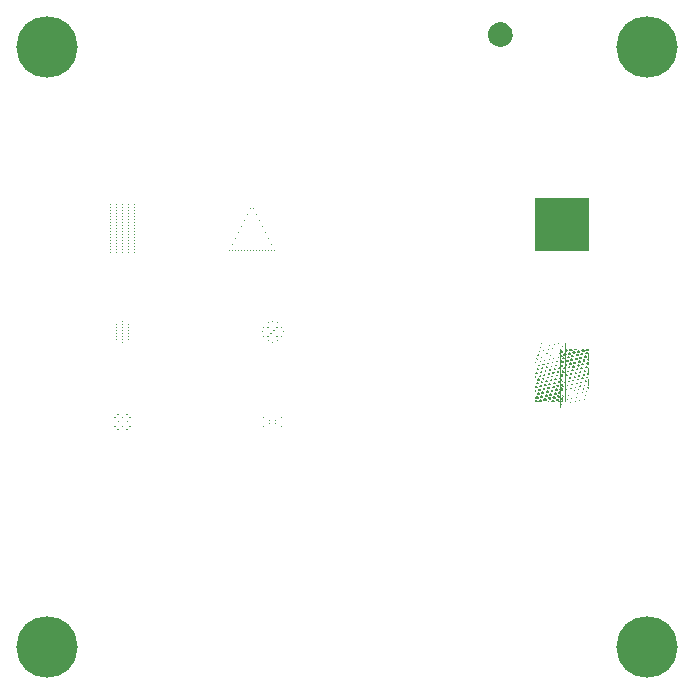
<source format=gts>
G04 Layer: TopSolderMaskLayer*
G04 EasyEDA v6.5.34, 2023-08-21 18:11:39*
G04 9371a8be428f4a87b74db2829c10452a,5a6b42c53f6a479593ecc07194224c93,10*
G04 Gerber Generator version 0.2*
G04 Scale: 100 percent, Rotated: No, Reflected: No *
G04 Dimensions in millimeters *
G04 leading zeros omitted , absolute positions ,4 integer and 5 decimal *
%FSLAX45Y45*%
%MOMM*%

%ADD10C,5.2032*%
%ADD11C,0.1000*%

%LPD*%
G36*
X4508500Y2955086D02*
G01*
X4508500Y2536494D01*
X4512564Y2536494D01*
X4513834Y2536698D01*
X4517186Y2538171D01*
X4522419Y2541981D01*
X4522419Y2553258D01*
X4510532Y2558897D01*
X4510481Y2571292D01*
X4520438Y2568143D01*
X4530496Y2571953D01*
X4532884Y2579928D01*
X4528566Y2587904D01*
X4518812Y2589936D01*
X4510481Y2586228D01*
X4511090Y2657754D01*
X4513122Y2657754D01*
X4514189Y2657957D01*
X4517237Y2659430D01*
X4522419Y2663240D01*
X4522419Y2670352D01*
X4520031Y2672384D01*
X4518812Y2673146D01*
X4515612Y2674213D01*
X4510328Y2674366D01*
X4512157Y2756001D01*
X4510176Y2780436D01*
X4521454Y2781503D01*
X4521454Y2791460D01*
X4510532Y2792526D01*
X4510532Y2953461D01*
X4747514Y2953461D01*
X4747514Y2842514D01*
X4741570Y2840583D01*
X4741570Y2835402D01*
X4747564Y2833471D01*
X4747412Y2724099D01*
X4743653Y2726029D01*
X4735576Y2722422D01*
X4735576Y2713939D01*
X4747514Y2710180D01*
X4747514Y2637840D01*
X4743399Y2637840D01*
X4740097Y2630322D01*
X4743094Y2625140D01*
X4745024Y2623159D01*
X4745837Y2622854D01*
X4747514Y2622854D01*
X4747514Y2606700D01*
X4737455Y2608326D01*
X4729581Y2602433D01*
X4729581Y2594864D01*
X4735017Y2590647D01*
X4737354Y2589682D01*
X4740249Y2589377D01*
X4747615Y2589885D01*
X4747056Y2524048D01*
X4735068Y2515616D01*
X4735068Y2506472D01*
X4740198Y2501950D01*
X4741926Y2500884D01*
X4743551Y2500223D01*
X4744872Y2499969D01*
X4747514Y2499969D01*
X4747514Y2488184D01*
X4739640Y2491740D01*
X4729530Y2489606D01*
X4723638Y2482596D01*
X4723638Y2473960D01*
X4733442Y2466289D01*
X4747514Y2468168D01*
X4747514Y2456383D01*
X4736744Y2457907D01*
X4730140Y2458415D01*
X4675835Y2456535D01*
X4675835Y2465679D01*
X4667148Y2473350D01*
X4654194Y2473350D01*
X4645660Y2464308D01*
X4647387Y2456738D01*
X4638141Y2456738D01*
X4628184Y2465070D01*
X4617872Y2465070D01*
X4607915Y2456738D01*
X4563668Y2456738D01*
X4570222Y2462834D01*
X4570222Y2472334D01*
X4561586Y2480005D01*
X4550308Y2480005D01*
X4542332Y2473350D01*
X4542078Y2467051D01*
X4542637Y2464257D01*
X4543856Y2461869D01*
X4545838Y2459685D01*
X4548936Y2456738D01*
X4532376Y2456738D01*
X4532376Y2463546D01*
X4522216Y2472029D01*
X4510278Y2470607D01*
X4512462Y2516124D01*
X4511852Y2522982D01*
X4509973Y2536494D01*
X4508500Y2536494D01*
X4508500Y2455113D01*
X4749546Y2455113D01*
X4749546Y2955086D01*
G37*
G36*
X4767478Y2955086D02*
G01*
X4767478Y2953461D01*
X5006492Y2953461D01*
X5006492Y2456738D01*
X4769459Y2456738D01*
X4769459Y2953461D01*
X4767478Y2953461D01*
X4767478Y2455113D01*
X5008473Y2455113D01*
X5008473Y2955086D01*
G37*
G36*
X4710125Y2952038D02*
G01*
X4707636Y2948686D01*
X4711954Y2946450D01*
X4714392Y2948533D01*
G37*
G36*
X4563872Y2950514D02*
G01*
X4565243Y2944977D01*
X4567275Y2945028D01*
X4568850Y2945688D01*
X4569206Y2947111D01*
X4568393Y2948686D01*
X4566564Y2949752D01*
G37*
G36*
X4672126Y2943504D02*
G01*
X4669434Y2939948D01*
X4671923Y2937865D01*
X4676190Y2941421D01*
G37*
G36*
X4528413Y2940151D02*
G01*
X4526991Y2939643D01*
X4526584Y2939135D01*
X4526432Y2938475D01*
X4526991Y2937306D01*
X4527651Y2936951D01*
X4529175Y2936951D01*
X4529836Y2937306D01*
X4530394Y2938475D01*
X4530242Y2939135D01*
X4529836Y2939643D01*
G37*
G36*
X4633976Y2935173D02*
G01*
X4632350Y2934614D01*
X4630877Y2933344D01*
X4629556Y2931566D01*
X4633976Y2927858D01*
X4638446Y2931566D01*
X4636414Y2934055D01*
X4634788Y2935020D01*
G37*
G36*
X4735576Y2928518D02*
G01*
X4735728Y2925114D01*
X4736084Y2924149D01*
X4737354Y2922828D01*
X4739132Y2921914D01*
X4743500Y2926334D01*
X4741468Y2927858D01*
X4739386Y2928416D01*
G37*
G36*
X4594402Y2926892D02*
G01*
X4591913Y2923540D01*
X4593793Y2921254D01*
X4595418Y2920339D01*
X4598111Y2920238D01*
X4598009Y2923590D01*
X4596993Y2925419D01*
X4596282Y2925978D01*
G37*
G36*
X4697374Y2920593D02*
G01*
X4698746Y2915056D01*
X4700727Y2915158D01*
X4702302Y2915818D01*
X4702657Y2917240D01*
X4701844Y2918764D01*
X4700016Y2919831D01*
G37*
G36*
X4557217Y2918561D02*
G01*
X4554931Y2918053D01*
X4553254Y2916834D01*
X4551984Y2915107D01*
X4556810Y2910179D01*
X4562043Y2913837D01*
X4559858Y2918561D01*
G37*
G36*
X4661865Y2911906D02*
G01*
X4660239Y2911398D01*
X4658766Y2910078D01*
X4657445Y2908300D01*
X4661865Y2904591D01*
X4666335Y2908300D01*
X4664303Y2910789D01*
X4662678Y2911754D01*
G37*
G36*
X4513986Y2908909D02*
G01*
X4514900Y2906674D01*
X4516221Y2905150D01*
X4518050Y2904490D01*
X4519726Y2904794D01*
X4520539Y2906115D01*
X4520641Y2907741D01*
G37*
G36*
X4623206Y2903270D02*
G01*
X4621428Y2902508D01*
X4620463Y2901086D01*
X4620056Y2899156D01*
X4620056Y2896971D01*
X4628286Y2896971D01*
X4627676Y2899714D01*
X4626660Y2901696D01*
X4625086Y2902966D01*
G37*
G36*
X4725974Y2897124D02*
G01*
X4723180Y2893364D01*
X4727346Y2889859D01*
X4733899Y2891993D01*
X4733086Y2894025D01*
X4732528Y2894888D01*
X4730394Y2896260D01*
G37*
G36*
X4584192Y2895193D02*
G01*
X4582566Y2894838D01*
X4581144Y2893568D01*
X4579874Y2891840D01*
X4584700Y2886964D01*
X4590237Y2890774D01*
X4587951Y2893009D01*
X4585970Y2894584D01*
G37*
G36*
X4691075Y2888640D02*
G01*
X4688840Y2888335D01*
X4687112Y2887522D01*
X4686147Y2886100D01*
X4685792Y2884220D01*
X4685792Y2881985D01*
X4693767Y2881985D01*
X4693767Y2888640D01*
G37*
G36*
X4546396Y2886811D02*
G01*
X4542891Y2885135D01*
X4540656Y2883255D01*
X4542790Y2878683D01*
X4550003Y2878683D01*
X4550867Y2880766D01*
X4551172Y2884170D01*
X4549394Y2886303D01*
G37*
G36*
X4651908Y2880258D02*
G01*
X4650079Y2879648D01*
X4648606Y2877718D01*
X4647387Y2875127D01*
X4650943Y2872181D01*
X4656480Y2875026D01*
X4655261Y2877667D01*
X4653788Y2879598D01*
G37*
G36*
X4610049Y2872282D02*
G01*
X4607560Y2866847D01*
X4611827Y2863291D01*
X4618329Y2865374D01*
X4617008Y2871165D01*
G37*
G36*
X4715662Y2865628D02*
G01*
X4713122Y2860192D01*
X4717389Y2856636D01*
X4723942Y2858719D01*
X4722571Y2864510D01*
G37*
G36*
X4574184Y2863646D02*
G01*
X4572812Y2863443D01*
X4571593Y2862630D01*
X4571034Y2861970D01*
X4570323Y2859735D01*
X4570222Y2855417D01*
X4578350Y2855417D01*
X4580788Y2860751D01*
X4575810Y2863240D01*
G37*
G36*
X4679848Y2856890D02*
G01*
X4676394Y2855214D01*
X4674158Y2853385D01*
X4676241Y2848762D01*
X4683455Y2848762D01*
X4684318Y2850845D01*
X4684623Y2854248D01*
X4682896Y2856433D01*
G37*
G36*
X4536795Y2855417D02*
G01*
X4533747Y2855112D01*
X4531715Y2854299D01*
X4531207Y2853690D01*
X4530496Y2851556D01*
X4530394Y2847492D01*
X4537100Y2845358D01*
X4542891Y2850184D01*
X4540504Y2855417D01*
G37*
G36*
X4637938Y2849016D02*
G01*
X4635449Y2843580D01*
X4639716Y2840024D01*
X4646218Y2842107D01*
X4644898Y2847898D01*
G37*
G36*
X4600752Y2840634D02*
G01*
X4595469Y2835351D01*
X4601819Y2830068D01*
X4608372Y2832150D01*
X4607102Y2839618D01*
G37*
G36*
X4703673Y2834081D02*
G01*
X4701184Y2828594D01*
X4706975Y2823768D01*
X4713884Y2825953D01*
X4712665Y2833014D01*
G37*
G36*
X4563770Y2831998D02*
G01*
X4562144Y2831338D01*
X4557826Y2827223D01*
X4560265Y2821990D01*
X4569206Y2823057D01*
X4570628Y2829306D01*
X4565599Y2831795D01*
G37*
G36*
X4670247Y2825546D02*
G01*
X4667199Y2825191D01*
X4665218Y2824429D01*
X4664659Y2823768D01*
X4663948Y2821635D01*
X4663846Y2817571D01*
X4670552Y2815437D01*
X4676343Y2820263D01*
X4673955Y2825546D01*
G37*
G36*
X4523079Y2824022D02*
G01*
X4518406Y2819298D01*
X4519574Y2816707D01*
X4520285Y2815640D01*
X4522520Y2813761D01*
X4523841Y2813151D01*
X4526940Y2812186D01*
X4532579Y2816098D01*
X4531410Y2823057D01*
G37*
G36*
X4631283Y2817215D02*
G01*
X4629048Y2816910D01*
X4627372Y2816098D01*
X4626813Y2815437D01*
X4626102Y2813202D01*
X4626000Y2808833D01*
X4632045Y2806903D01*
X4637887Y2810916D01*
X4633823Y2817215D01*
G37*
G36*
X4734204Y2810713D02*
G01*
X4728972Y2805430D01*
X4735271Y2800146D01*
X4741824Y2802280D01*
X4740554Y2809697D01*
G37*
G36*
X4592218Y2808935D02*
G01*
X4589424Y2808579D01*
X4587494Y2807817D01*
X4586579Y2806192D01*
X4586173Y2803855D01*
X4586173Y2801010D01*
X4591659Y2797251D01*
X4594758Y2798216D01*
X4597247Y2799689D01*
X4598314Y2800705D01*
X4599025Y2801772D01*
X4600194Y2804363D01*
X4595672Y2808935D01*
G37*
G36*
X4693716Y2802483D02*
G01*
X4691329Y2797302D01*
X4693716Y2792069D01*
X4702708Y2793136D01*
X4702708Y2801467D01*
G37*
G36*
X4550460Y2800604D02*
G01*
X4546346Y2794203D01*
X4552797Y2788818D01*
X4555845Y2789834D01*
X4558030Y2791561D01*
X4560925Y2795168D01*
X4558436Y2800604D01*
G37*
G36*
X4656836Y2794101D02*
G01*
X4652568Y2790240D01*
X4652111Y2788666D01*
X4652873Y2786989D01*
X4658156Y2782366D01*
X4666081Y2785872D01*
X4664862Y2793136D01*
G37*
G36*
X4618685Y2785821D02*
G01*
X4613605Y2780741D01*
X4614773Y2778150D01*
X4615484Y2777083D01*
X4617821Y2775204D01*
X4622342Y2773578D01*
X4628946Y2779064D01*
X4625695Y2783128D01*
X4624374Y2784144D01*
X4622952Y2784906D01*
G37*
G36*
X4721504Y2779014D02*
G01*
X4719015Y2773578D01*
X4721910Y2769971D01*
X4724044Y2768244D01*
X4727143Y2767228D01*
X4733594Y2772613D01*
X4729480Y2779014D01*
G37*
G36*
X4578705Y2777337D02*
G01*
X4573473Y2772105D01*
X4577638Y2766568D01*
X4586732Y2766568D01*
X4590948Y2772105D01*
X4585716Y2777337D01*
G37*
G36*
X4686046Y2772359D02*
G01*
X4682947Y2769768D01*
X4680407Y2766212D01*
X4680661Y2762707D01*
X4683353Y2760116D01*
X4688078Y2759100D01*
X4691634Y2759100D01*
X4695901Y2765806D01*
X4693970Y2768193D01*
X4691329Y2769920D01*
G37*
G36*
X4544669Y2769057D02*
G01*
X4543145Y2768904D01*
X4539996Y2767838D01*
X4538776Y2767076D01*
X4537862Y2766060D01*
X4537100Y2764790D01*
X4536592Y2763418D01*
X4536389Y2762148D01*
X4536389Y2759202D01*
X4544263Y2755696D01*
X4552391Y2762504D01*
X4548174Y2769057D01*
G37*
G36*
X4643932Y2762605D02*
G01*
X4642358Y2758897D01*
X4642154Y2755950D01*
X4643018Y2751632D01*
X4654905Y2751632D01*
X4654905Y2761589D01*
G37*
G36*
X4606239Y2754122D02*
G01*
X4601565Y2746857D01*
X4610303Y2740964D01*
X4613097Y2741879D01*
X4614265Y2742488D01*
X4615434Y2743454D01*
X4616450Y2744673D01*
X4617161Y2746044D01*
X4618380Y2749296D01*
X4613605Y2754122D01*
G37*
G36*
X4712157Y2747467D02*
G01*
X4706924Y2742184D01*
X4711090Y2736646D01*
X4720183Y2736646D01*
X4724400Y2742184D01*
X4719167Y2747467D01*
G37*
G36*
X4566158Y2745790D02*
G01*
X4565040Y2743403D01*
X4564329Y2740558D01*
X4564786Y2737815D01*
X4566310Y2735376D01*
X4568748Y2733548D01*
X4572254Y2731668D01*
X4577130Y2734462D01*
X4578400Y2735630D01*
X4579315Y2736900D01*
X4579874Y2738170D01*
X4580534Y2740964D01*
X4575708Y2745790D01*
G37*
G36*
X4677460Y2740609D02*
G01*
X4675022Y2739796D01*
X4671822Y2737510D01*
X4669028Y2734868D01*
X4668113Y2732786D01*
X4668977Y2730804D01*
X4671669Y2728468D01*
X4675530Y2725572D01*
X4683607Y2727706D01*
X4686147Y2734411D01*
X4682642Y2737612D01*
X4679848Y2739847D01*
G37*
G36*
X4528566Y2737510D02*
G01*
X4524298Y2730855D01*
X4528566Y2724200D01*
X4538218Y2724200D01*
X4542485Y2730855D01*
X4538218Y2737510D01*
G37*
G36*
X4634788Y2730855D02*
G01*
X4632401Y2728874D01*
X4630216Y2725369D01*
X4630775Y2721660D01*
X4633518Y2718765D01*
X4638040Y2717546D01*
X4641342Y2717546D01*
X4648250Y2723896D01*
X4643831Y2730855D01*
G37*
G36*
X4596638Y2722524D02*
G01*
X4591812Y2717698D01*
X4592472Y2714904D01*
X4593031Y2713685D01*
X4593996Y2712364D01*
X4595215Y2711196D01*
X4600143Y2708452D01*
X4605020Y2711196D01*
X4606290Y2712364D01*
X4607204Y2713685D01*
X4607763Y2714904D01*
X4608423Y2717698D01*
X4603597Y2722524D01*
G37*
G36*
X4704435Y2717546D02*
G01*
X4697374Y2713228D01*
X4698746Y2705455D01*
X4705705Y2701798D01*
X4712665Y2705455D01*
X4712665Y2712974D01*
G37*
G36*
X4561078Y2715869D02*
G01*
X4552289Y2710738D01*
X4552289Y2704795D01*
X4560316Y2698750D01*
X4570526Y2702610D01*
X4569256Y2711348D01*
G37*
G36*
X4666843Y2709113D02*
G01*
X4663998Y2708554D01*
X4661001Y2706624D01*
X4657902Y2704033D01*
X4657902Y2697835D01*
X4666691Y2692704D01*
X4674819Y2697175D01*
X4676190Y2702864D01*
X4672685Y2706065D01*
X4669688Y2708249D01*
G37*
G36*
X4519269Y2705912D02*
G01*
X4514443Y2701950D01*
X4514443Y2694686D01*
X4520387Y2690622D01*
X4530344Y2692704D01*
X4532833Y2700985D01*
X4527905Y2705912D01*
G37*
G36*
X4628997Y2700528D02*
G01*
X4620615Y2697886D01*
X4618329Y2690723D01*
X4622190Y2687523D01*
X4625594Y2685237D01*
X4628692Y2684475D01*
X4631690Y2685237D01*
X4634839Y2687523D01*
X4638344Y2690723D01*
X4635703Y2697632D01*
G37*
G36*
X4733594Y2694279D02*
G01*
X4732477Y2694025D01*
X4729327Y2692247D01*
X4726076Y2689555D01*
X4723942Y2686913D01*
X4723638Y2685999D01*
X4724806Y2683764D01*
X4727651Y2681020D01*
X4730953Y2678684D01*
X4733594Y2677668D01*
X4736236Y2678684D01*
X4739538Y2681020D01*
X4742332Y2683764D01*
X4743551Y2685999D01*
X4743246Y2686913D01*
X4741113Y2689555D01*
X4737862Y2692247D01*
X4734661Y2694025D01*
G37*
G36*
X4584090Y2690977D02*
G01*
X4579569Y2682697D01*
X4586782Y2676042D01*
X4591558Y2676194D01*
X4593082Y2676601D01*
X4595723Y2678023D01*
X4598111Y2680004D01*
X4598111Y2686964D01*
X4593336Y2690977D01*
G37*
G36*
X4694377Y2685846D02*
G01*
X4685792Y2680817D01*
X4685792Y2674874D01*
X4693462Y2669082D01*
X4701692Y2671267D01*
X4704080Y2679141D01*
X4701997Y2681732D01*
X4699406Y2683510D01*
G37*
G36*
X4550308Y2684475D02*
G01*
X4540199Y2676042D01*
X4543450Y2671318D01*
X4546701Y2668625D01*
X4552340Y2665933D01*
X4562449Y2674366D01*
X4559198Y2679039D01*
X4555947Y2681732D01*
X4554270Y2682697D01*
G37*
G36*
X4656531Y2677515D02*
G01*
X4653381Y2676652D01*
X4649927Y2674366D01*
X4647184Y2671521D01*
X4646117Y2668828D01*
X4646777Y2666288D01*
X4649063Y2663698D01*
X4652213Y2661056D01*
X4661103Y2661056D01*
X4665878Y2665069D01*
X4665878Y2672486D01*
X4662728Y2675077D01*
X4659630Y2677007D01*
G37*
G36*
X4618075Y2669387D02*
G01*
X4615992Y2668625D01*
X4608068Y2664206D01*
X4608068Y2656738D01*
X4612894Y2652776D01*
X4623206Y2652776D01*
X4628032Y2656738D01*
X4628032Y2664206D01*
X4621784Y2667812D01*
G37*
G36*
X4722977Y2662580D02*
G01*
X4719878Y2662072D01*
X4716780Y2660142D01*
X4713681Y2657500D01*
X4713681Y2650134D01*
X4718456Y2646121D01*
X4726990Y2646121D01*
X4730292Y2649169D01*
X4732680Y2651861D01*
X4733391Y2654249D01*
X4732375Y2656687D01*
X4729581Y2659430D01*
X4726178Y2661716D01*
G37*
G36*
X4575048Y2659430D02*
G01*
X4570222Y2655417D01*
X4570222Y2648305D01*
X4573879Y2645562D01*
X4577130Y2643581D01*
X4579975Y2642971D01*
X4582871Y2643835D01*
X4586173Y2646121D01*
X4588916Y2648966D01*
X4589983Y2651658D01*
X4589322Y2654198D01*
X4587036Y2656789D01*
X4583887Y2659430D01*
G37*
G36*
X4684369Y2654198D02*
G01*
X4680254Y2653334D01*
X4677918Y2651810D01*
X4675733Y2649321D01*
X4673701Y2646121D01*
X4675784Y2642819D01*
X4676902Y2641447D01*
X4680153Y2638755D01*
X4685792Y2636012D01*
X4695901Y2644444D01*
X4693513Y2648204D01*
X4690770Y2651709D01*
X4687773Y2653690D01*
G37*
G36*
X4541977Y2652572D02*
G01*
X4538726Y2652064D01*
X4534814Y2650185D01*
X4530394Y2647594D01*
X4530394Y2639720D01*
X4536643Y2634488D01*
X4546092Y2634488D01*
X4549190Y2638196D01*
X4551476Y2641447D01*
X4552086Y2644140D01*
X4551070Y2646680D01*
X4548327Y2649474D01*
X4545025Y2651709D01*
G37*
G36*
X4642561Y2646121D02*
G01*
X4635957Y2640025D01*
X4635957Y2633065D01*
X4642256Y2627833D01*
X4645710Y2627833D01*
X4651908Y2629458D01*
X4655515Y2633472D01*
X4656023Y2638602D01*
X4652772Y2643530D01*
X4649622Y2646121D01*
G37*
G36*
X4606442Y2637586D02*
G01*
X4603496Y2636367D01*
X4600244Y2633421D01*
X4597450Y2630322D01*
X4596434Y2628138D01*
X4597044Y2626055D01*
X4602327Y2619552D01*
X4611776Y2619552D01*
X4618075Y2624785D01*
X4618075Y2632659D01*
X4613605Y2635250D01*
X4609592Y2637180D01*
G37*
G36*
X4712055Y2630982D02*
G01*
X4709007Y2630119D01*
X4705705Y2627833D01*
X4702962Y2625090D01*
X4701946Y2622550D01*
X4702556Y2619857D01*
X4704842Y2616606D01*
X4707940Y2612898D01*
X4717034Y2612898D01*
X4723638Y2618994D01*
X4723638Y2626004D01*
X4719218Y2628595D01*
X4715306Y2630474D01*
G37*
G36*
X4569256Y2629001D02*
G01*
X4566259Y2628239D01*
X4563313Y2626918D01*
X4560722Y2624734D01*
X4558944Y2622042D01*
X4558284Y2619349D01*
X4558284Y2616454D01*
X4564532Y2611221D01*
X4573625Y2611221D01*
X4580686Y2617774D01*
X4578299Y2625648D01*
G37*
G36*
X4675428Y2622702D02*
G01*
X4672177Y2622194D01*
X4663846Y2617724D01*
X4663846Y2609799D01*
X4670145Y2604617D01*
X4679594Y2604617D01*
X4682693Y2608275D01*
X4684928Y2611526D01*
X4685588Y2614269D01*
X4684522Y2616809D01*
X4681778Y2619552D01*
X4678476Y2621838D01*
G37*
G36*
X4532426Y2620975D02*
G01*
X4529429Y2620772D01*
X4525924Y2619400D01*
X4524451Y2618536D01*
X4521504Y2615895D01*
X4518304Y2611221D01*
X4522825Y2604617D01*
X4525111Y2602738D01*
X4527753Y2601671D01*
X4530902Y2601315D01*
X4534408Y2601264D01*
X4542332Y2607919D01*
X4542332Y2614574D01*
X4538370Y2617876D01*
X4535271Y2620010D01*
G37*
G36*
X4631994Y2614574D02*
G01*
X4624019Y2607919D01*
X4624019Y2601264D01*
X4631994Y2594610D01*
X4639259Y2594610D01*
X4647946Y2602331D01*
X4647946Y2607919D01*
X4639970Y2614574D01*
G37*
G36*
X4597146Y2606243D02*
G01*
X4594352Y2605481D01*
X4590592Y2603652D01*
X4586173Y2601112D01*
X4586173Y2591511D01*
X4592574Y2587904D01*
X4596638Y2586532D01*
X4598263Y2586329D01*
X4601514Y2586329D01*
X4608068Y2592425D01*
X4608068Y2601112D01*
X4601768Y2604668D01*
X4598314Y2606040D01*
G37*
G36*
X4698339Y2599639D02*
G01*
X4691735Y2593543D01*
X4691735Y2584754D01*
X4702200Y2579065D01*
X4712665Y2583942D01*
X4713986Y2593238D01*
X4707077Y2599639D01*
G37*
G36*
X4557318Y2597810D02*
G01*
X4553661Y2596083D01*
X4552137Y2595118D01*
X4549343Y2592273D01*
X4548428Y2590749D01*
X4546803Y2587142D01*
X4548886Y2583840D01*
X4550918Y2581148D01*
X4553204Y2579370D01*
X4555998Y2578354D01*
X4559452Y2578049D01*
X4563668Y2577998D01*
X4570222Y2584094D01*
X4570222Y2587396D01*
X4569561Y2590495D01*
X4567682Y2593289D01*
X4564837Y2595473D01*
X4561281Y2596896D01*
G37*
G36*
X4660595Y2591308D02*
G01*
X4651908Y2583637D01*
X4651908Y2577998D01*
X4659884Y2571394D01*
X4667859Y2571394D01*
X4675835Y2577998D01*
X4675835Y2584653D01*
X4667859Y2591308D01*
G37*
G36*
X4620666Y2583027D02*
G01*
X4617567Y2580081D01*
X4615180Y2577439D01*
X4613960Y2574696D01*
X4613859Y2571800D01*
X4614773Y2568549D01*
X4616246Y2564892D01*
X4620666Y2563672D01*
X4624578Y2562910D01*
X4628032Y2563012D01*
X4631283Y2564028D01*
X4634484Y2565958D01*
X4637989Y2568549D01*
X4637989Y2576372D01*
X4630013Y2583027D01*
G37*
G36*
X4726381Y2576372D02*
G01*
X4719878Y2572207D01*
X4717288Y2563368D01*
X4725619Y2556408D01*
X4735576Y2556408D01*
X4743551Y2563063D01*
X4743551Y2569718D01*
X4735576Y2576372D01*
G37*
G36*
X4582464Y2574696D02*
G01*
X4576775Y2568448D01*
X4574540Y2564841D01*
X4574235Y2563622D01*
X4574235Y2561234D01*
X4583988Y2553106D01*
X4590338Y2553106D01*
X4600143Y2561234D01*
X4600143Y2566517D01*
X4590338Y2574696D01*
G37*
G36*
X4687773Y2568041D02*
G01*
X4679797Y2561386D01*
X4679797Y2553614D01*
X4687112Y2548128D01*
X4697425Y2548128D01*
X4703724Y2553360D01*
X4703724Y2562555D01*
X4696409Y2568041D01*
G37*
G36*
X4549546Y2566212D02*
G01*
X4545990Y2565400D01*
X4541621Y2562961D01*
X4536389Y2559507D01*
X4536389Y2551430D01*
X4544364Y2544775D01*
X4547870Y2544775D01*
X4549597Y2544978D01*
X4551680Y2545537D01*
X4555845Y2547366D01*
X4560265Y2549956D01*
X4560265Y2559761D01*
X4556302Y2563063D01*
X4552797Y2565450D01*
G37*
G36*
X4654346Y2559761D02*
G01*
X4652619Y2559558D01*
X4648403Y2558186D01*
X4641951Y2554579D01*
X4642002Y2550109D01*
X4642358Y2546553D01*
X4643526Y2543962D01*
X4645914Y2541828D01*
X4649673Y2539898D01*
X4654397Y2537815D01*
X4664862Y2544318D01*
X4666081Y2552903D01*
X4657902Y2559761D01*
G37*
G36*
X4610100Y2551430D02*
G01*
X4602124Y2544775D01*
X4602124Y2536494D01*
X4610100Y2529840D01*
X4620056Y2529840D01*
X4628032Y2536494D01*
X4628032Y2544775D01*
X4620056Y2551430D01*
G37*
G36*
X4714290Y2544775D02*
G01*
X4707686Y2538730D01*
X4707686Y2529840D01*
X4715662Y2523185D01*
X4724908Y2523185D01*
X4733594Y2530906D01*
X4733594Y2538171D01*
X4725619Y2544775D01*
G37*
G36*
X4572254Y2543149D02*
G01*
X4564278Y2536494D01*
X4564278Y2527046D01*
X4571542Y2521559D01*
X4582210Y2521559D01*
X4590186Y2528163D01*
X4590186Y2534970D01*
X4580382Y2543149D01*
G37*
G36*
X4676089Y2536494D02*
G01*
X4670399Y2530246D01*
X4668164Y2526842D01*
X4667859Y2525674D01*
X4668164Y2524556D01*
X4670399Y2521153D01*
X4676089Y2514904D01*
X4687468Y2514904D01*
X4693208Y2521153D01*
X4695393Y2524556D01*
X4695748Y2525674D01*
X4695393Y2526842D01*
X4693208Y2530246D01*
X4687468Y2536494D01*
G37*
G36*
X4538116Y2534666D02*
G01*
X4535119Y2534259D01*
X4531918Y2533040D01*
X4528870Y2530906D01*
X4527448Y2529535D01*
X4524349Y2524912D01*
X4526889Y2516428D01*
X4538167Y2511552D01*
X4547870Y2515260D01*
X4552238Y2523185D01*
X4548530Y2531313D01*
X4544568Y2533091D01*
X4541164Y2534310D01*
G37*
G36*
X4638243Y2528163D02*
G01*
X4630013Y2519426D01*
X4630013Y2513228D01*
X4637989Y2506573D01*
X4649317Y2506573D01*
X4655921Y2512669D01*
X4655921Y2523032D01*
X4647031Y2528163D01*
G37*
G36*
X4600549Y2519883D02*
G01*
X4591507Y2513736D01*
X4591507Y2502763D01*
X4600549Y2496616D01*
X4609338Y2496616D01*
X4618075Y2503424D01*
X4618075Y2514701D01*
X4609185Y2519883D01*
G37*
G36*
X4703978Y2513228D02*
G01*
X4699558Y2509316D01*
X4697222Y2505760D01*
X4695291Y2499918D01*
X4701489Y2492044D01*
X4712360Y2489758D01*
X4722622Y2496108D01*
X4723841Y2506370D01*
X4715662Y2513228D01*
G37*
G36*
X4562094Y2511552D02*
G01*
X4552289Y2503424D01*
X4552289Y2497074D01*
X4560570Y2488336D01*
X4571542Y2488336D01*
X4580178Y2496007D01*
X4580178Y2504338D01*
X4570984Y2511552D01*
G37*
G36*
X4665878Y2504948D02*
G01*
X4657902Y2498293D01*
X4657902Y2488539D01*
X4668367Y2481681D01*
X4675987Y2481681D01*
X4685792Y2489809D01*
X4685792Y2496159D01*
X4677511Y2504948D01*
G37*
G36*
X4524959Y2503271D02*
G01*
X4514443Y2496362D01*
X4514443Y2486660D01*
X4522419Y2480005D01*
X4534103Y2480005D01*
X4542332Y2488742D01*
X4542332Y2495092D01*
X4532579Y2503271D01*
G37*
G36*
X4632401Y2496515D02*
G01*
X4628743Y2496007D01*
X4625492Y2494534D01*
X4624070Y2493416D01*
X4621326Y2490114D01*
X4618532Y2484170D01*
X4624120Y2475077D01*
X4634280Y2472944D01*
X4644034Y2476652D01*
X4647844Y2484983D01*
X4644136Y2493111D01*
X4640173Y2494838D01*
X4636262Y2496159D01*
G37*
G36*
X4588865Y2488336D02*
G01*
X4580178Y2480614D01*
X4580178Y2472080D01*
X4587544Y2464511D01*
X4600752Y2464511D01*
X4610354Y2473858D01*
X4607915Y2482494D01*
X4599686Y2488336D01*
G37*
G36*
X4699152Y2482392D02*
G01*
X4695748Y2482037D01*
X4692599Y2480716D01*
X4689246Y2478684D01*
X4685792Y2476195D01*
X4685792Y2465070D01*
X4693767Y2458415D01*
X4705705Y2458415D01*
X4713681Y2465070D01*
X4713681Y2476195D01*
X4710176Y2478684D01*
X4706772Y2480614D01*
X4702962Y2481884D01*
G37*
G36*
X4724654Y2904286D02*
G01*
X4724654Y2769514D01*
X4726584Y2769514D01*
X4727143Y2835351D01*
X4739081Y2843784D01*
X4739081Y2852928D01*
X4733950Y2857449D01*
X4730648Y2859176D01*
X4729327Y2859430D01*
X4726635Y2859430D01*
X4726635Y2871165D01*
X4734509Y2867660D01*
X4744669Y2869793D01*
X4750562Y2876804D01*
X4750562Y2885440D01*
X4740757Y2893110D01*
X4726635Y2891231D01*
X4726635Y2903016D01*
X4737404Y2901492D01*
X4744059Y2900984D01*
X4798364Y2902813D01*
X4798364Y2893720D01*
X4807000Y2885998D01*
X4820005Y2885998D01*
X4828540Y2895092D01*
X4826812Y2902610D01*
X4836007Y2902610D01*
X4845964Y2894330D01*
X4856327Y2894330D01*
X4866284Y2902610D01*
X4910531Y2902610D01*
X4903927Y2896565D01*
X4903927Y2887065D01*
X4912614Y2879394D01*
X4923840Y2879394D01*
X4931816Y2885998D01*
X4932121Y2892348D01*
X4931562Y2895142D01*
X4930343Y2897479D01*
X4928362Y2899714D01*
X4925212Y2902610D01*
X4941773Y2902610D01*
X4941773Y2895854D01*
X4951984Y2887319D01*
X4963922Y2888792D01*
X4961737Y2843276D01*
X4962347Y2836418D01*
X4964176Y2822905D01*
X4961636Y2822905D01*
X4960315Y2822702D01*
X4957013Y2821228D01*
X4951730Y2817418D01*
X4951730Y2806141D01*
X4963668Y2800451D01*
X4963718Y2788107D01*
X4953711Y2791256D01*
X4943703Y2787446D01*
X4941265Y2779471D01*
X4945634Y2771495D01*
X4955336Y2769463D01*
X4963718Y2773172D01*
X4963109Y2701645D01*
X4961077Y2701645D01*
X4960010Y2701442D01*
X4956962Y2699969D01*
X4951730Y2696159D01*
X4951730Y2688996D01*
X4954117Y2687015D01*
X4956911Y2685592D01*
X4960162Y2685034D01*
X4963820Y2685034D01*
X4962042Y2603398D01*
X4964023Y2578963D01*
X4952746Y2577896D01*
X4952746Y2567940D01*
X4963617Y2566873D01*
X4963617Y2405938D01*
X4726635Y2405938D01*
X4726635Y2516886D01*
X4732629Y2518816D01*
X4732629Y2523998D01*
X4726635Y2525928D01*
X4726787Y2635300D01*
X4730546Y2633370D01*
X4738624Y2636977D01*
X4738624Y2645460D01*
X4726635Y2649220D01*
X4726635Y2721559D01*
X4730750Y2721559D01*
X4734052Y2729026D01*
X4731105Y2734259D01*
X4729124Y2736240D01*
X4728311Y2736545D01*
X4726635Y2736545D01*
X4726635Y2752648D01*
X4736744Y2751074D01*
X4744567Y2756966D01*
X4744567Y2764536D01*
X4741468Y2767126D01*
X4739132Y2768752D01*
X4736795Y2769666D01*
X4733950Y2770022D01*
X4724654Y2769514D01*
X4724654Y2404313D01*
X4965700Y2404313D01*
X4965700Y2904286D01*
G37*
G36*
X4465675Y2904286D02*
G01*
X4465675Y2902610D01*
X4704740Y2902610D01*
X4704740Y2405938D01*
X4467707Y2405938D01*
X4467707Y2902610D01*
X4465675Y2902610D01*
X4465675Y2404313D01*
X4706721Y2404313D01*
X4706721Y2904286D01*
G37*
G36*
X4768494Y2900984D02*
G01*
X4760518Y2894330D01*
X4760518Y2883204D01*
X4764024Y2880715D01*
X4767427Y2878785D01*
X4771237Y2877515D01*
X4774996Y2877007D01*
X4778451Y2877362D01*
X4781550Y2878683D01*
X4784902Y2880664D01*
X4788408Y2883204D01*
X4788408Y2894330D01*
X4780432Y2900984D01*
G37*
G36*
X4873447Y2894888D02*
G01*
X4863795Y2885541D01*
X4866284Y2876905D01*
X4874514Y2871063D01*
X4885334Y2871063D01*
X4893970Y2878734D01*
X4893970Y2887319D01*
X4886655Y2894888D01*
G37*
G36*
X4839919Y2886456D02*
G01*
X4830165Y2882747D01*
X4826355Y2874416D01*
X4830064Y2866288D01*
X4833975Y2864510D01*
X4837938Y2863240D01*
X4841798Y2862834D01*
X4845456Y2863392D01*
X4848707Y2864866D01*
X4850130Y2865983D01*
X4852873Y2869285D01*
X4855667Y2875229D01*
X4850079Y2884322D01*
G37*
G36*
X4940096Y2879394D02*
G01*
X4931816Y2870606D01*
X4931816Y2864256D01*
X4941620Y2856128D01*
X4949240Y2856128D01*
X4959705Y2862986D01*
X4959705Y2872740D01*
X4951730Y2879394D01*
G37*
G36*
X4798161Y2877718D02*
G01*
X4788408Y2869539D01*
X4788408Y2863189D01*
X4796637Y2854452D01*
X4808321Y2854452D01*
X4816297Y2861106D01*
X4816297Y2870809D01*
X4805781Y2877718D01*
G37*
G36*
X4902657Y2871063D02*
G01*
X4893970Y2863392D01*
X4893970Y2855061D01*
X4903216Y2847797D01*
X4912106Y2847797D01*
X4921859Y2855976D01*
X4921859Y2862326D01*
X4913630Y2871063D01*
G37*
G36*
X4761788Y2869641D02*
G01*
X4751527Y2863291D01*
X4750308Y2852978D01*
X4758537Y2846171D01*
X4770170Y2846171D01*
X4774641Y2850083D01*
X4776927Y2853639D01*
X4778857Y2859481D01*
X4772710Y2867355D01*
G37*
G36*
X4864862Y2862783D02*
G01*
X4856124Y2855976D01*
X4856124Y2844698D01*
X4864963Y2839516D01*
X4873599Y2839516D01*
X4882692Y2845612D01*
X4882692Y2856636D01*
X4873599Y2862783D01*
G37*
G36*
X4824882Y2852826D02*
G01*
X4818278Y2846730D01*
X4818278Y2836367D01*
X4827117Y2831185D01*
X4835906Y2831185D01*
X4844186Y2839974D01*
X4844186Y2846171D01*
X4836210Y2852826D01*
G37*
G36*
X4935982Y2847797D02*
G01*
X4926279Y2844139D01*
X4921961Y2836214D01*
X4925669Y2828086D01*
X4929632Y2826308D01*
X4932984Y2825089D01*
X4936083Y2824683D01*
X4939080Y2825089D01*
X4942281Y2826359D01*
X4943754Y2827223D01*
X4946700Y2829864D01*
X4949850Y2834436D01*
X4947310Y2842971D01*
G37*
G36*
X4786680Y2844495D02*
G01*
X4780940Y2838246D01*
X4778756Y2834843D01*
X4778451Y2833674D01*
X4778756Y2832557D01*
X4780940Y2829153D01*
X4786680Y2822905D01*
X4798060Y2822905D01*
X4803800Y2829153D01*
X4805984Y2832557D01*
X4806340Y2833674D01*
X4805984Y2834843D01*
X4803800Y2838246D01*
X4798060Y2844495D01*
G37*
G36*
X4891989Y2837840D02*
G01*
X4884013Y2831185D01*
X4884013Y2824429D01*
X4893818Y2816250D01*
X4901946Y2816250D01*
X4909921Y2822905D01*
X4909921Y2832354D01*
X4902606Y2837840D01*
G37*
G36*
X4749241Y2836214D02*
G01*
X4740605Y2828493D01*
X4740605Y2821228D01*
X4748580Y2814574D01*
X4759909Y2814574D01*
X4766513Y2820670D01*
X4766513Y2829560D01*
X4758537Y2836214D01*
G37*
G36*
X4854143Y2829560D02*
G01*
X4846167Y2822905D01*
X4846167Y2814574D01*
X4854143Y2807970D01*
X4864100Y2807970D01*
X4872075Y2814574D01*
X4872075Y2822905D01*
X4864100Y2829560D01*
G37*
G36*
X4819751Y2821584D02*
G01*
X4809337Y2815082D01*
X4808067Y2806496D01*
X4816297Y2799638D01*
X4819853Y2799638D01*
X4821529Y2799842D01*
X4825796Y2801213D01*
X4832248Y2804820D01*
X4832197Y2809290D01*
X4831842Y2812796D01*
X4830622Y2815437D01*
X4828286Y2817520D01*
X4824526Y2819501D01*
G37*
G36*
X4926279Y2814574D02*
G01*
X4924552Y2814370D01*
X4920335Y2812999D01*
X4913884Y2809443D01*
X4913884Y2799638D01*
X4917897Y2796336D01*
X4921402Y2793949D01*
X4924653Y2793187D01*
X4928209Y2794000D01*
X4932578Y2796438D01*
X4937810Y2799892D01*
X4937810Y2807970D01*
X4929835Y2814574D01*
G37*
G36*
X4776724Y2811272D02*
G01*
X4770475Y2806039D01*
X4770475Y2796844D01*
X4777740Y2791358D01*
X4786426Y2791358D01*
X4794402Y2797962D01*
X4794402Y2805785D01*
X4787087Y2811272D01*
G37*
G36*
X4883861Y2806293D02*
G01*
X4874056Y2798114D01*
X4874056Y2792831D01*
X4883861Y2784703D01*
X4891684Y2784703D01*
X4897424Y2790952D01*
X4898745Y2792831D01*
X4899609Y2794558D01*
X4899964Y2795778D01*
X4899964Y2798114D01*
X4890160Y2806293D01*
G37*
G36*
X4738624Y2802940D02*
G01*
X4730648Y2796336D01*
X4730648Y2789682D01*
X4738624Y2783027D01*
X4747818Y2783027D01*
X4754321Y2787192D01*
X4756861Y2796032D01*
X4748580Y2802940D01*
G37*
G36*
X4849622Y2796489D02*
G01*
X4846167Y2796387D01*
X4842916Y2795371D01*
X4839716Y2793441D01*
X4836210Y2790799D01*
X4836210Y2783027D01*
X4844186Y2776372D01*
X4853533Y2776372D01*
X4856632Y2779268D01*
X4858969Y2781960D01*
X4860188Y2784652D01*
X4860340Y2787548D01*
X4859426Y2790850D01*
X4857902Y2794508D01*
X4853533Y2795727D01*
G37*
G36*
X4806340Y2788005D02*
G01*
X4798364Y2781350D01*
X4798364Y2774746D01*
X4806340Y2768092D01*
X4813604Y2768092D01*
X4822240Y2775762D01*
X4822240Y2781350D01*
X4814316Y2788005D01*
G37*
G36*
X4910531Y2781350D02*
G01*
X4903927Y2775305D01*
X4903927Y2772003D01*
X4904638Y2768904D01*
X4906518Y2766110D01*
X4909362Y2763875D01*
X4912918Y2762504D01*
X4916881Y2761538D01*
X4920488Y2763316D01*
X4922012Y2764282D01*
X4923536Y2765602D01*
X4924806Y2767126D01*
X4925720Y2768650D01*
X4927396Y2772257D01*
X4925314Y2775559D01*
X4923282Y2778252D01*
X4920996Y2780030D01*
X4918202Y2781046D01*
X4914696Y2781350D01*
G37*
G36*
X4771999Y2780334D02*
G01*
X4761484Y2775458D01*
X4760214Y2766110D01*
X4767122Y2759760D01*
X4775809Y2759760D01*
X4782413Y2765856D01*
X4782413Y2774645D01*
G37*
G36*
X4872685Y2773070D02*
G01*
X4866081Y2766974D01*
X4866081Y2758287D01*
X4872380Y2754731D01*
X4875885Y2753360D01*
X4877054Y2753156D01*
X4879848Y2753868D01*
X4883556Y2755696D01*
X4888026Y2758287D01*
X4888026Y2767888D01*
X4881575Y2771495D01*
X4877511Y2772867D01*
X4875936Y2773070D01*
G37*
G36*
X4834890Y2764739D02*
G01*
X4826254Y2757068D01*
X4826254Y2751480D01*
X4834229Y2744825D01*
X4842205Y2744825D01*
X4850130Y2751480D01*
X4850130Y2758135D01*
X4842205Y2764739D01*
G37*
G36*
X4939792Y2758135D02*
G01*
X4931816Y2751480D01*
X4931816Y2744825D01*
X4935829Y2741523D01*
X4938877Y2739339D01*
X4941773Y2738424D01*
X4944719Y2738628D01*
X4948224Y2739948D01*
X4951272Y2742082D01*
X4953762Y2744876D01*
X4955895Y2748127D01*
X4953508Y2751886D01*
X4951374Y2754731D01*
X4949088Y2756662D01*
X4946446Y2757728D01*
X4943297Y2758084D01*
G37*
G36*
X4794605Y2754782D02*
G01*
X4791506Y2751124D01*
X4789220Y2747822D01*
X4788611Y2745130D01*
X4789627Y2742590D01*
X4792370Y2739847D01*
X4795672Y2737561D01*
X4798720Y2736697D01*
X4801971Y2737205D01*
X4805883Y2739085D01*
X4810302Y2741676D01*
X4810302Y2749550D01*
X4804054Y2754782D01*
G37*
G36*
X4900574Y2748127D02*
G01*
X4893513Y2741625D01*
X4895850Y2733751D01*
X4904943Y2730398D01*
X4907940Y2731160D01*
X4910886Y2732481D01*
X4913426Y2734665D01*
X4915204Y2737307D01*
X4915916Y2740050D01*
X4915916Y2742946D01*
X4909616Y2748127D01*
G37*
G36*
X4757166Y2746502D02*
G01*
X4750562Y2740406D01*
X4750562Y2733395D01*
X4754981Y2730804D01*
X4758893Y2728925D01*
X4762144Y2728366D01*
X4765192Y2729230D01*
X4768494Y2731516D01*
X4771237Y2734310D01*
X4772253Y2736850D01*
X4771644Y2739542D01*
X4769358Y2742793D01*
X4766259Y2746502D01*
G37*
G36*
X4862372Y2739847D02*
G01*
X4856124Y2734614D01*
X4856124Y2726740D01*
X4860544Y2724150D01*
X4864557Y2722219D01*
X4867757Y2721813D01*
X4870704Y2723032D01*
X4873904Y2725928D01*
X4876698Y2729077D01*
X4877765Y2731262D01*
X4877155Y2733294D01*
X4871821Y2739847D01*
G37*
G36*
X4828489Y2731516D02*
G01*
X4822291Y2729890D01*
X4818684Y2725928D01*
X4818176Y2720797D01*
X4821428Y2715869D01*
X4824526Y2713278D01*
X4831588Y2713278D01*
X4838192Y2719324D01*
X4838192Y2726334D01*
X4831943Y2731516D01*
G37*
G36*
X4928057Y2724912D02*
G01*
X4924958Y2721203D01*
X4922723Y2717952D01*
X4922062Y2715260D01*
X4923129Y2712720D01*
X4925872Y2709926D01*
X4929174Y2707640D01*
X4932222Y2706776D01*
X4935423Y2707335D01*
X4939334Y2709214D01*
X4943754Y2711805D01*
X4943754Y2719679D01*
X4937506Y2724912D01*
G37*
G36*
X4788357Y2723337D02*
G01*
X4778298Y2714955D01*
X4780635Y2711196D01*
X4783429Y2707690D01*
X4786376Y2705709D01*
X4789779Y2705201D01*
X4793894Y2706065D01*
X4795062Y2706624D01*
X4797450Y2708808D01*
X4800498Y2713278D01*
X4797247Y2717952D01*
X4794046Y2720644D01*
X4792319Y2721610D01*
G37*
G36*
X4894173Y2716428D02*
G01*
X4891278Y2715564D01*
X4888026Y2713278D01*
X4885232Y2710383D01*
X4884216Y2707741D01*
X4884826Y2705150D01*
X4887163Y2702560D01*
X4890262Y2699969D01*
X4899152Y2699969D01*
X4903927Y2703982D01*
X4903927Y2711094D01*
X4900320Y2713837D01*
X4897069Y2715818D01*
G37*
G36*
X4747209Y2713278D02*
G01*
X4743907Y2710230D01*
X4741519Y2707538D01*
X4740808Y2705150D01*
X4741824Y2702712D01*
X4744567Y2699969D01*
X4748022Y2697683D01*
X4751222Y2696819D01*
X4754270Y2697327D01*
X4757369Y2699258D01*
X4760518Y2701899D01*
X4760518Y2709265D01*
X4755743Y2713278D01*
G37*
G36*
X4850942Y2706624D02*
G01*
X4846167Y2702610D01*
X4846167Y2695194D01*
X4852416Y2691587D01*
X4856124Y2690012D01*
X4858207Y2690774D01*
X4866081Y2695194D01*
X4866081Y2702610D01*
X4861306Y2706624D01*
G37*
G36*
X4813096Y2698292D02*
G01*
X4808321Y2694330D01*
X4808321Y2686913D01*
X4811471Y2684322D01*
X4814570Y2682392D01*
X4817618Y2681833D01*
X4820818Y2682748D01*
X4824272Y2685034D01*
X4827016Y2687878D01*
X4828032Y2690571D01*
X4827422Y2693111D01*
X4825136Y2695702D01*
X4821986Y2698292D01*
G37*
G36*
X4921859Y2693466D02*
G01*
X4911750Y2685034D01*
X4915001Y2680309D01*
X4918252Y2677617D01*
X4923891Y2674924D01*
X4933950Y2683357D01*
X4931867Y2686659D01*
X4929225Y2689504D01*
X4927498Y2690774D01*
G37*
G36*
X4780737Y2690317D02*
G01*
X4772456Y2688132D01*
X4770120Y2680208D01*
X4772152Y2677668D01*
X4774742Y2675890D01*
X4779822Y2673553D01*
X4788408Y2678582D01*
X4788408Y2684526D01*
G37*
G36*
X4884115Y2683357D02*
G01*
X4881067Y2682798D01*
X4878425Y2681376D01*
X4876038Y2679395D01*
X4876038Y2672384D01*
X4880813Y2668422D01*
X4890058Y2668422D01*
X4894630Y2676702D01*
X4887366Y2683357D01*
G37*
G36*
X4740605Y2681681D02*
G01*
X4737963Y2680716D01*
X4734661Y2678379D01*
X4731816Y2675585D01*
X4730648Y2673400D01*
X4730953Y2672486D01*
X4733086Y2669844D01*
X4736338Y2667101D01*
X4739487Y2665374D01*
X4740605Y2665069D01*
X4743145Y2666085D01*
X4744872Y2667101D01*
X4748123Y2669844D01*
X4750257Y2672486D01*
X4750562Y2673400D01*
X4749342Y2675585D01*
X4746548Y2678379D01*
X4743246Y2680716D01*
G37*
G36*
X4845507Y2674874D02*
G01*
X4842459Y2674112D01*
X4839309Y2671876D01*
X4835855Y2668676D01*
X4838496Y2661767D01*
X4845151Y2658821D01*
X4853584Y2661513D01*
X4855819Y2668676D01*
X4852009Y2671876D01*
X4848606Y2674112D01*
G37*
G36*
X4953812Y2668778D02*
G01*
X4943856Y2666695D01*
X4941366Y2658414D01*
X4946243Y2653487D01*
X4954930Y2653487D01*
X4959705Y2657449D01*
X4959705Y2664663D01*
G37*
G36*
X4807508Y2666695D02*
G01*
X4799380Y2662224D01*
X4798009Y2656535D01*
X4801463Y2653334D01*
X4804511Y2651099D01*
X4807356Y2650286D01*
X4810201Y2650845D01*
X4813147Y2652776D01*
X4816297Y2655366D01*
X4816297Y2661564D01*
G37*
G36*
X4913884Y2660650D02*
G01*
X4903673Y2656738D01*
X4904943Y2648051D01*
X4913071Y2643530D01*
X4921859Y2648661D01*
X4921859Y2654604D01*
G37*
G36*
X4768494Y2657602D02*
G01*
X4761484Y2653944D01*
X4761484Y2646375D01*
X4769713Y2641854D01*
X4776825Y2646172D01*
X4775454Y2653944D01*
G37*
G36*
X4874056Y2650947D02*
G01*
X4869180Y2648204D01*
X4867910Y2646984D01*
X4866944Y2645714D01*
X4866436Y2644495D01*
X4865776Y2641701D01*
X4870551Y2636875D01*
X4877562Y2636875D01*
X4882337Y2641701D01*
X4881676Y2644495D01*
X4881168Y2645714D01*
X4880203Y2646984D01*
X4878933Y2648204D01*
G37*
G36*
X4832858Y2641854D02*
G01*
X4825949Y2635453D01*
X4830368Y2628544D01*
X4839411Y2628544D01*
X4841798Y2630525D01*
X4843932Y2634030D01*
X4843424Y2637739D01*
X4840630Y2640634D01*
X4836109Y2641854D01*
G37*
G36*
X4935931Y2635199D02*
G01*
X4931664Y2628544D01*
X4935931Y2621889D01*
X4945634Y2621889D01*
X4949901Y2628544D01*
X4945634Y2635199D01*
G37*
G36*
X4798669Y2633827D02*
G01*
X4790592Y2631694D01*
X4788052Y2624988D01*
X4791506Y2621788D01*
X4794351Y2619502D01*
X4796688Y2618790D01*
X4799177Y2619552D01*
X4802327Y2621889D01*
X4805121Y2624531D01*
X4806086Y2626614D01*
X4805222Y2628544D01*
X4802479Y2630932D01*
G37*
G36*
X4901946Y2627680D02*
G01*
X4897069Y2624937D01*
X4895799Y2623769D01*
X4894834Y2622448D01*
X4894326Y2621229D01*
X4893665Y2618435D01*
X4898440Y2613609D01*
X4908042Y2613609D01*
X4909159Y2615996D01*
X4909820Y2618790D01*
X4909362Y2621534D01*
X4907889Y2623972D01*
X4905451Y2625852D01*
G37*
G36*
X4753965Y2622753D02*
G01*
X4749800Y2617216D01*
X4755032Y2611932D01*
X4761992Y2611932D01*
X4767275Y2617216D01*
X4763058Y2622753D01*
G37*
G36*
X4863896Y2618435D02*
G01*
X4861102Y2617520D01*
X4859883Y2616911D01*
X4858715Y2615895D01*
X4857750Y2614676D01*
X4857038Y2613355D01*
X4855819Y2610104D01*
X4860594Y2605278D01*
X4867960Y2605278D01*
X4872583Y2612542D01*
G37*
G36*
X4819294Y2607767D02*
G01*
X4819294Y2597810D01*
X4830267Y2596743D01*
X4831791Y2600502D01*
X4832045Y2603398D01*
X4831181Y2607767D01*
G37*
G36*
X4929936Y2603703D02*
G01*
X4921758Y2596896D01*
X4925974Y2590342D01*
X4931054Y2590495D01*
X4932680Y2590901D01*
X4935423Y2592324D01*
X4936337Y2593340D01*
X4937099Y2594610D01*
X4937607Y2595981D01*
X4937810Y2597251D01*
X4937810Y2600198D01*
G37*
G36*
X4782566Y2600299D02*
G01*
X4778248Y2593594D01*
X4780229Y2591206D01*
X4782820Y2589479D01*
X4788103Y2587040D01*
X4791252Y2589631D01*
X4793792Y2593187D01*
X4793538Y2596642D01*
X4790846Y2599283D01*
X4786071Y2600299D01*
G37*
G36*
X4887417Y2592832D02*
G01*
X4883251Y2587294D01*
X4888484Y2582011D01*
X4895494Y2582011D01*
X4900726Y2587294D01*
X4896510Y2592832D01*
G37*
G36*
X4747006Y2592171D02*
G01*
X4740605Y2586786D01*
X4744720Y2580386D01*
X4752644Y2580386D01*
X4755184Y2585821D01*
X4752289Y2589428D01*
X4750104Y2591104D01*
G37*
G36*
X4851857Y2585821D02*
G01*
X4845253Y2580284D01*
X4848504Y2576271D01*
X4851196Y2574493D01*
X4855514Y2573578D01*
X4860544Y2578658D01*
X4859375Y2581198D01*
X4858664Y2582265D01*
X4856378Y2584196D01*
G37*
G36*
X4815992Y2577033D02*
G01*
X4808067Y2573477D01*
X4809337Y2566263D01*
X4817313Y2565298D01*
X4819802Y2567330D01*
X4821580Y2569159D01*
X4822088Y2570734D01*
X4821275Y2572359D01*
X4819142Y2574442D01*
G37*
G36*
X4921402Y2570530D02*
G01*
X4919268Y2569972D01*
X4917236Y2568803D01*
X4915204Y2566771D01*
X4913274Y2564231D01*
X4915763Y2558796D01*
X4923739Y2558796D01*
X4927854Y2565196D01*
G37*
G36*
X4780432Y2567330D02*
G01*
X4771491Y2566263D01*
X4771491Y2557932D01*
X4780432Y2556865D01*
X4782870Y2562098D01*
G37*
G36*
X4882540Y2562148D02*
G01*
X4879441Y2561183D01*
X4876901Y2559710D01*
X4875885Y2558694D01*
X4875174Y2557627D01*
X4874006Y2555036D01*
X4878527Y2550464D01*
X4883353Y2550566D01*
X4885893Y2551176D01*
X4886655Y2551582D01*
X4887214Y2552242D01*
X4887874Y2554325D01*
X4888026Y2558389D01*
G37*
G36*
X4738928Y2559253D02*
G01*
X4732324Y2557119D01*
X4733594Y2549652D01*
X4739944Y2548686D01*
X4745228Y2553970D01*
G37*
G36*
X4842154Y2552496D02*
G01*
X4836312Y2548483D01*
X4840325Y2542184D01*
X4844034Y2542235D01*
X4846116Y2542844D01*
X4846828Y2543251D01*
X4847793Y2544978D01*
X4848148Y2547467D01*
X4848148Y2550566D01*
G37*
G36*
X4947259Y2547213D02*
G01*
X4941570Y2543302D01*
X4942789Y2536342D01*
X4951120Y2535377D01*
X4955794Y2540101D01*
X4953914Y2543759D01*
X4951628Y2545638D01*
G37*
G36*
X4803648Y2543962D02*
G01*
X4797806Y2539085D01*
X4800244Y2533853D01*
X4805476Y2533954D01*
X4808169Y2534564D01*
X4808982Y2534970D01*
X4809947Y2536596D01*
X4810302Y2538933D01*
X4810302Y2541828D01*
G37*
G36*
X4913934Y2537409D02*
G01*
X4904994Y2536342D01*
X4903520Y2530094D01*
X4908600Y2527604D01*
X4910378Y2527401D01*
X4912004Y2528062D01*
X4916322Y2532176D01*
G37*
G36*
X4767173Y2535631D02*
G01*
X4760315Y2533446D01*
X4761484Y2526385D01*
X4770475Y2525318D01*
X4773015Y2530805D01*
G37*
G36*
X4872380Y2529332D02*
G01*
X4865827Y2527249D01*
X4867097Y2519781D01*
X4873447Y2518765D01*
X4878679Y2524048D01*
G37*
G36*
X4834483Y2519375D02*
G01*
X4827930Y2517241D01*
X4829302Y2511450D01*
X4836210Y2510383D01*
X4838750Y2515819D01*
G37*
G36*
X4937099Y2514041D02*
G01*
X4931257Y2509215D01*
X4933696Y2503982D01*
X4938979Y2504033D01*
X4941620Y2504643D01*
X4942433Y2505049D01*
X4943398Y2506675D01*
X4943754Y2509062D01*
X4943754Y2511907D01*
G37*
G36*
X4790744Y2510586D02*
G01*
X4789881Y2508504D01*
X4789525Y2505151D01*
X4791303Y2502966D01*
X4794300Y2502509D01*
X4797806Y2504186D01*
X4800041Y2506014D01*
X4797958Y2510586D01*
G37*
G36*
X4895850Y2503982D02*
G01*
X4893411Y2498648D01*
X4898339Y2496159D01*
X4900015Y2495753D01*
X4901336Y2495956D01*
X4902606Y2496769D01*
X4903571Y2498445D01*
X4903927Y2500934D01*
X4903927Y2503982D01*
G37*
G36*
X4756810Y2502763D02*
G01*
X4750257Y2500630D01*
X4751578Y2494838D01*
X4758537Y2493772D01*
X4761026Y2499207D01*
G37*
G36*
X4862372Y2496108D02*
G01*
X4855819Y2494026D01*
X4857191Y2488234D01*
X4864100Y2487117D01*
X4866640Y2492552D01*
G37*
G36*
X4823206Y2487218D02*
G01*
X4817719Y2484374D01*
X4818938Y2481681D01*
X4820412Y2479802D01*
X4822240Y2479141D01*
X4824120Y2479751D01*
X4825593Y2481630D01*
X4826762Y2484272D01*
G37*
G36*
X4924196Y2480716D02*
G01*
X4923332Y2478633D01*
X4923028Y2475230D01*
X4924755Y2473096D01*
X4927803Y2472588D01*
X4931257Y2474264D01*
X4933492Y2476144D01*
X4931410Y2480716D01*
G37*
G36*
X4780432Y2477363D02*
G01*
X4780432Y2470759D01*
X4784242Y2470810D01*
X4787087Y2471826D01*
X4788001Y2473299D01*
X4788408Y2475179D01*
X4788408Y2477363D01*
G37*
G36*
X4889449Y2472436D02*
G01*
X4883962Y2468626D01*
X4888179Y2464816D01*
X4890008Y2464206D01*
X4891633Y2464511D01*
X4893056Y2465832D01*
X4894326Y2467559D01*
G37*
G36*
X4746853Y2469540D02*
G01*
X4740249Y2467406D01*
X4741113Y2465324D01*
X4741672Y2464511D01*
X4742586Y2463749D01*
X4745075Y2462733D01*
X4748174Y2462225D01*
X4751019Y2466035D01*
G37*
G36*
X4845862Y2462428D02*
G01*
X4846523Y2459685D01*
X4847488Y2457704D01*
X4849114Y2456434D01*
X4850993Y2456129D01*
X4852771Y2456840D01*
X4853736Y2458313D01*
X4854143Y2460193D01*
X4854143Y2462428D01*
G37*
G36*
X4956149Y2454910D02*
G01*
X4954422Y2454605D01*
X4953609Y2453284D01*
X4953508Y2451658D01*
X4960162Y2450490D01*
X4959299Y2452725D01*
X4957978Y2454249D01*
G37*
G36*
X4812284Y2454808D02*
G01*
X4807864Y2451100D01*
X4809845Y2448610D01*
X4811522Y2447645D01*
X4812284Y2447493D01*
X4813960Y2448001D01*
X4815382Y2449271D01*
X4816754Y2451100D01*
G37*
G36*
X4917338Y2449169D02*
G01*
X4912156Y2445562D01*
X4914341Y2440838D01*
X4918100Y2440990D01*
X4920234Y2441905D01*
X4922215Y2444292D01*
G37*
G36*
X4775454Y2444343D02*
G01*
X4773472Y2444242D01*
X4771898Y2443581D01*
X4771542Y2442159D01*
X4772304Y2440635D01*
X4774133Y2439517D01*
X4776825Y2438806D01*
G37*
G36*
X4876038Y2439162D02*
G01*
X4876190Y2435758D01*
X4877206Y2433980D01*
X4879746Y2432456D01*
X4882286Y2435860D01*
X4880406Y2438146D01*
X4878730Y2439060D01*
G37*
G36*
X4735068Y2437485D02*
G01*
X4730648Y2433066D01*
X4732680Y2431542D01*
X4734814Y2430932D01*
X4738624Y2430881D01*
X4738471Y2434285D01*
X4737506Y2436012D01*
X4736846Y2436571D01*
G37*
G36*
X4840173Y2431542D02*
G01*
X4835753Y2427833D01*
X4837734Y2425344D01*
X4839411Y2424379D01*
X4840173Y2424226D01*
X4841849Y2424734D01*
X4843272Y2426055D01*
X4844643Y2427833D01*
G37*
G36*
X4945786Y2422550D02*
G01*
X4944973Y2422448D01*
X4944364Y2422093D01*
X4943754Y2420924D01*
X4944364Y2419756D01*
X4944973Y2419350D01*
X4946548Y2419350D01*
X4947615Y2420264D01*
X4947767Y2420924D01*
X4947615Y2421534D01*
X4946548Y2422448D01*
G37*
G36*
X4802276Y2421534D02*
G01*
X4798009Y2417978D01*
X4802073Y2415844D01*
X4804714Y2419451D01*
G37*
G36*
X4908905Y2414422D02*
G01*
X4906924Y2414371D01*
X4905349Y2413660D01*
X4904994Y2412288D01*
X4905756Y2410714D01*
X4907635Y2409647D01*
X4910277Y2408885D01*
G37*
G36*
X4762246Y2412949D02*
G01*
X4759756Y2410866D01*
X4764024Y2407310D01*
X4766564Y2410714D01*
G37*
G36*
X4216400Y5669534D02*
G01*
X4207154Y5669127D01*
X4198010Y5667908D01*
X4189018Y5665876D01*
X4184599Y5664606D01*
X4175963Y5661406D01*
X4167632Y5657443D01*
X4159656Y5652770D01*
X4152137Y5647385D01*
X4145127Y5641390D01*
X4138676Y5634837D01*
X4132834Y5627674D01*
X4127652Y5620054D01*
X4123131Y5611977D01*
X4119372Y5603544D01*
X4116374Y5594858D01*
X4114139Y5585866D01*
X4112717Y5576773D01*
X4112107Y5567578D01*
X4112310Y5558332D01*
X4113326Y5549188D01*
X4115155Y5540146D01*
X4117797Y5531307D01*
X4119372Y5526938D01*
X4123131Y5518556D01*
X4127652Y5510479D01*
X4132834Y5502859D01*
X4138676Y5495696D01*
X4145127Y5489143D01*
X4152137Y5483098D01*
X4159656Y5477764D01*
X4167632Y5473090D01*
X4175963Y5469128D01*
X4184599Y5465927D01*
X4193489Y5463540D01*
X4202582Y5461914D01*
X4211777Y5461101D01*
X4221022Y5461101D01*
X4230166Y5461914D01*
X4239260Y5463540D01*
X4248150Y5465927D01*
X4256836Y5469128D01*
X4265168Y5473090D01*
X4273092Y5477764D01*
X4280611Y5483098D01*
X4287621Y5489143D01*
X4294073Y5495696D01*
X4299915Y5502859D01*
X4305096Y5510479D01*
X4309618Y5518556D01*
X4313377Y5526938D01*
X4316374Y5535676D01*
X4318609Y5544616D01*
X4320032Y5553760D01*
X4320641Y5562955D01*
X4320438Y5572201D01*
X4319422Y5581345D01*
X4317593Y5590387D01*
X4314952Y5599226D01*
X4311599Y5607812D01*
X4307433Y5616092D01*
X4302607Y5623915D01*
X4297070Y5631332D01*
X4290923Y5638190D01*
X4284218Y5644489D01*
X4276953Y5650179D01*
X4269181Y5655208D01*
X4261053Y5659526D01*
X4252518Y5663082D01*
X4248150Y5664606D01*
X4239260Y5666994D01*
X4230166Y5668619D01*
X4221022Y5669432D01*
G37*
D10*
G01*
X380992Y5460992D03*
G01*
X380992Y380992D03*
G01*
X5460992Y380992D03*
G01*
X5460992Y5460992D03*
D11*
G75*
G01
X1020996Y3009892D02*
G03X1020996Y3009892I-5004J0D01*
G75*
G01
X1020996Y2984492D02*
G03X1020996Y2984492I-5004J0D01*
G75*
G01
X1046396Y2997192D02*
G03X1046396Y2997192I-5004J0D01*
G75*
G01
X1046396Y2971792D02*
G03X1046396Y2971792I-5004J0D01*
G75*
G01
X995596Y2997192D02*
G03X995596Y2997192I-5004J0D01*
G75*
G01
X970196Y2984492D02*
G03X970196Y2984492I-5004J0D01*
G75*
G01
X995596Y2971792D02*
G03X995596Y2971792I-5004J0D01*
G75*
G01
X1020996Y2959092D02*
G03X1020996Y2959092I-5004J0D01*
G75*
G01
X1071796Y2984492D02*
G03X1071796Y2984492I-5004J0D01*
G75*
G01
X1097196Y3073392D02*
G03X1097196Y3073392I-5004J0D01*
G75*
G01
X1097196Y3047992D02*
G03X1097196Y3047992I-5004J0D01*
G75*
G01
X1097196Y2997192D02*
G03X1097196Y2997192I-5004J0D01*
G75*
G01
X1046396Y3022592D02*
G03X1046396Y3022592I-5004J0D01*
G75*
G01
X1071796Y3060692D02*
G03X1071796Y3060692I-5004J0D01*
G75*
G01
X1046396Y3047992D02*
G03X1046396Y3047992I-5004J0D01*
G75*
G01
X1071796Y3035292D02*
G03X1071796Y3035292I-5004J0D01*
G75*
G01
X1097196Y3022592D02*
G03X1097196Y3022592I-5004J0D01*
G75*
G01
X1020996Y3035292D02*
G03X1020996Y3035292I-5004J0D01*
G75*
G01
X995596Y3022592D02*
G03X995596Y3022592I-5004J0D01*
G75*
G01
X1071796Y3009892D02*
G03X1071796Y3009892I-5004J0D01*
G75*
G01
X944796Y3098792D02*
G03X944796Y3098792I-5004J0D01*
G75*
G01
X944796Y3073392D02*
G03X944796Y3073392I-5004J0D01*
G75*
G01
X970196Y3086092D02*
G03X970196Y3086092I-5004J0D01*
G75*
G01
X970196Y3060692D02*
G03X970196Y3060692I-5004J0D01*
G75*
G01
X944796Y2997192D02*
G03X944796Y2997192I-5004J0D01*
G75*
G01
X970196Y3009892D02*
G03X970196Y3009892I-5004J0D01*
G75*
G01
X944796Y3022592D02*
G03X944796Y3022592I-5004J0D01*
G75*
G01
X944796Y3047992D02*
G03X944796Y3047992I-5004J0D01*
G75*
G01
X995596Y3073392D02*
G03X995596Y3073392I-5004J0D01*
G75*
G01
X1020996Y3060692D02*
G03X1020996Y3060692I-5004J0D01*
G75*
G01
X995596Y3047992D02*
G03X995596Y3047992I-5004J0D01*
G75*
G01
X970196Y3035292D02*
G03X970196Y3035292I-5004J0D01*
G75*
G01
X1046396Y3073392D02*
G03X1046396Y3073392I-5004J0D01*
G75*
G01
X1071796Y3086092D02*
G03X1071796Y3086092I-5004J0D01*
G75*
G01
X1097196Y3098792D02*
G03X1097196Y3098792I-5004J0D01*
G75*
G01
X1071796Y3111492D02*
G03X1071796Y3111492I-5004J0D01*
G75*
G01
X1020996Y3086092D02*
G03X1020996Y3086092I-5004J0D01*
G75*
G01
X995596Y3098792D02*
G03X995596Y3098792I-5004J0D01*
G75*
G01
X970196Y3111492D02*
G03X970196Y3111492I-5004J0D01*
G75*
G01
X995596Y3124192D02*
G03X995596Y3124192I-5004J0D01*
G75*
G01
X1046396Y3098792D02*
G03X1046396Y3098792I-5004J0D01*
G75*
G01
X1046396Y3124192D02*
G03X1046396Y3124192I-5004J0D01*
G75*
G01
X1020996Y3111492D02*
G03X1020996Y3111492I-5004J0D01*
G75*
G01
X1020996Y3136892D02*
G03X1020996Y3136892I-5004J0D01*
G75*
G01
X893996Y3759192D02*
G03X893996Y3759192I-5004J0D01*
G75*
G01
X995596Y3759192D02*
G03X995596Y3759192I-5004J0D01*
G75*
G01
X995596Y3733792D02*
G03X995596Y3733792I-5004J0D01*
G75*
G01
X919396Y3721092D02*
G03X919396Y3721092I-5004J0D01*
G75*
G01
X893996Y3733792D02*
G03X893996Y3733792I-5004J0D01*
G75*
G01
X919396Y3746492D02*
G03X919396Y3746492I-5004J0D01*
G75*
G01
X970196Y3721092D02*
G03X970196Y3721092I-5004J0D01*
G75*
G01
X970196Y3746492D02*
G03X970196Y3746492I-5004J0D01*
G75*
G01
X944796Y3733792D02*
G03X944796Y3733792I-5004J0D01*
G75*
G01
X944796Y3759192D02*
G03X944796Y3759192I-5004J0D01*
G75*
G01
X1122596Y3721092D02*
G03X1122596Y3721092I-5004J0D01*
G75*
G01
X1147996Y3733792D02*
G03X1147996Y3733792I-5004J0D01*
G75*
G01
X1122596Y3746492D02*
G03X1122596Y3746492I-5004J0D01*
G75*
G01
X1071796Y3721092D02*
G03X1071796Y3721092I-5004J0D01*
G75*
G01
X1046396Y3733792D02*
G03X1046396Y3733792I-5004J0D01*
G75*
G01
X1020996Y3746492D02*
G03X1020996Y3746492I-5004J0D01*
G75*
G01
X1046396Y3759192D02*
G03X1046396Y3759192I-5004J0D01*
G75*
G01
X1097196Y3733792D02*
G03X1097196Y3733792I-5004J0D01*
G75*
G01
X1097196Y3759192D02*
G03X1097196Y3759192I-5004J0D01*
G75*
G01
X1071796Y3746492D02*
G03X1071796Y3746492I-5004J0D01*
G75*
G01
X1020996Y3721092D02*
G03X1020996Y3721092I-5004J0D01*
G75*
G01
X1147996Y3759192D02*
G03X1147996Y3759192I-5004J0D01*
G75*
G01
X893996Y3835392D02*
G03X893996Y3835392I-5004J0D01*
G75*
G01
X995596Y3784592D02*
G03X995596Y3784592I-5004J0D01*
G75*
G01
X995596Y3835392D02*
G03X995596Y3835392I-5004J0D01*
G75*
G01
X995596Y3809992D02*
G03X995596Y3809992I-5004J0D01*
G75*
G01
X944796Y3784592D02*
G03X944796Y3784592I-5004J0D01*
G75*
G01
X919396Y3797292D02*
G03X919396Y3797292I-5004J0D01*
G75*
G01
X893996Y3809992D02*
G03X893996Y3809992I-5004J0D01*
G75*
G01
X919396Y3822692D02*
G03X919396Y3822692I-5004J0D01*
G75*
G01
X970196Y3797292D02*
G03X970196Y3797292I-5004J0D01*
G75*
G01
X970196Y3822692D02*
G03X970196Y3822692I-5004J0D01*
G75*
G01
X944796Y3809992D02*
G03X944796Y3809992I-5004J0D01*
G75*
G01
X944796Y3835392D02*
G03X944796Y3835392I-5004J0D01*
G75*
G01
X1046396Y3784592D02*
G03X1046396Y3784592I-5004J0D01*
G75*
G01
X1122596Y3797292D02*
G03X1122596Y3797292I-5004J0D01*
G75*
G01
X1147996Y3809992D02*
G03X1147996Y3809992I-5004J0D01*
G75*
G01
X1122596Y3822692D02*
G03X1122596Y3822692I-5004J0D01*
G75*
G01
X1071796Y3797292D02*
G03X1071796Y3797292I-5004J0D01*
G75*
G01
X1046396Y3809992D02*
G03X1046396Y3809992I-5004J0D01*
G75*
G01
X1020996Y3822692D02*
G03X1020996Y3822692I-5004J0D01*
G75*
G01
X1046396Y3835392D02*
G03X1046396Y3835392I-5004J0D01*
G75*
G01
X1097196Y3809992D02*
G03X1097196Y3809992I-5004J0D01*
G75*
G01
X1097196Y3835392D02*
G03X1097196Y3835392I-5004J0D01*
G75*
G01
X1071796Y3822692D02*
G03X1071796Y3822692I-5004J0D01*
G75*
G01
X1020996Y3797292D02*
G03X1020996Y3797292I-5004J0D01*
G75*
G01
X1097196Y3784592D02*
G03X1097196Y3784592I-5004J0D01*
G75*
G01
X919396Y3771892D02*
G03X919396Y3771892I-5004J0D01*
G75*
G01
X1147996Y3835392D02*
G03X1147996Y3835392I-5004J0D01*
G75*
G01
X1147996Y3784592D02*
G03X1147996Y3784592I-5004J0D01*
G75*
G01
X893996Y3784592D02*
G03X893996Y3784592I-5004J0D01*
G75*
G01
X970196Y3771892D02*
G03X970196Y3771892I-5004J0D01*
G75*
G01
X1020996Y3771892D02*
G03X1020996Y3771892I-5004J0D01*
G75*
G01
X1122596Y3771892D02*
G03X1122596Y3771892I-5004J0D01*
G75*
G01
X1071796Y3771892D02*
G03X1071796Y3771892I-5004J0D01*
G75*
G01
X893996Y3911592D02*
G03X893996Y3911592I-5004J0D01*
G75*
G01
X995596Y3860792D02*
G03X995596Y3860792I-5004J0D01*
G75*
G01
X995596Y3911592D02*
G03X995596Y3911592I-5004J0D01*
G75*
G01
X995596Y3886192D02*
G03X995596Y3886192I-5004J0D01*
G75*
G01
X944796Y3860792D02*
G03X944796Y3860792I-5004J0D01*
G75*
G01
X919396Y3873492D02*
G03X919396Y3873492I-5004J0D01*
G75*
G01
X893996Y3886192D02*
G03X893996Y3886192I-5004J0D01*
G75*
G01
X919396Y3898892D02*
G03X919396Y3898892I-5004J0D01*
G75*
G01
X970196Y3873492D02*
G03X970196Y3873492I-5004J0D01*
G75*
G01
X970196Y3898892D02*
G03X970196Y3898892I-5004J0D01*
G75*
G01
X944796Y3886192D02*
G03X944796Y3886192I-5004J0D01*
G75*
G01
X944796Y3911592D02*
G03X944796Y3911592I-5004J0D01*
G75*
G01
X1046396Y3860792D02*
G03X1046396Y3860792I-5004J0D01*
G75*
G01
X1122596Y3873492D02*
G03X1122596Y3873492I-5004J0D01*
G75*
G01
X1147996Y3886192D02*
G03X1147996Y3886192I-5004J0D01*
G75*
G01
X1122596Y3898892D02*
G03X1122596Y3898892I-5004J0D01*
G75*
G01
X1071796Y3873492D02*
G03X1071796Y3873492I-5004J0D01*
G75*
G01
X1046396Y3886192D02*
G03X1046396Y3886192I-5004J0D01*
G75*
G01
X1020996Y3898892D02*
G03X1020996Y3898892I-5004J0D01*
G75*
G01
X1046396Y3911592D02*
G03X1046396Y3911592I-5004J0D01*
G75*
G01
X1097196Y3886192D02*
G03X1097196Y3886192I-5004J0D01*
G75*
G01
X1097196Y3911592D02*
G03X1097196Y3911592I-5004J0D01*
G75*
G01
X1071796Y3898892D02*
G03X1071796Y3898892I-5004J0D01*
G75*
G01
X1020996Y3873492D02*
G03X1020996Y3873492I-5004J0D01*
G75*
G01
X1097196Y3860792D02*
G03X1097196Y3860792I-5004J0D01*
G75*
G01
X919396Y3848092D02*
G03X919396Y3848092I-5004J0D01*
G75*
G01
X1147996Y3911592D02*
G03X1147996Y3911592I-5004J0D01*
G75*
G01
X1147996Y3860792D02*
G03X1147996Y3860792I-5004J0D01*
G75*
G01
X893996Y3860792D02*
G03X893996Y3860792I-5004J0D01*
G75*
G01
X970196Y3848092D02*
G03X970196Y3848092I-5004J0D01*
G75*
G01
X1020996Y3848092D02*
G03X1020996Y3848092I-5004J0D01*
G75*
G01
X1122596Y3848092D02*
G03X1122596Y3848092I-5004J0D01*
G75*
G01
X1071796Y3848092D02*
G03X1071796Y3848092I-5004J0D01*
G75*
G01
X893996Y3987792D02*
G03X893996Y3987792I-5004J0D01*
G75*
G01
X995596Y3936992D02*
G03X995596Y3936992I-5004J0D01*
G75*
G01
X995596Y3987792D02*
G03X995596Y3987792I-5004J0D01*
G75*
G01
X995596Y3962392D02*
G03X995596Y3962392I-5004J0D01*
G75*
G01
X944796Y3936992D02*
G03X944796Y3936992I-5004J0D01*
G75*
G01
X919396Y3949692D02*
G03X919396Y3949692I-5004J0D01*
G75*
G01
X893996Y3962392D02*
G03X893996Y3962392I-5004J0D01*
G75*
G01
X919396Y3975092D02*
G03X919396Y3975092I-5004J0D01*
G75*
G01
X970196Y3949692D02*
G03X970196Y3949692I-5004J0D01*
G75*
G01
X970196Y3975092D02*
G03X970196Y3975092I-5004J0D01*
G75*
G01
X944796Y3962392D02*
G03X944796Y3962392I-5004J0D01*
G75*
G01
X944796Y3987792D02*
G03X944796Y3987792I-5004J0D01*
G75*
G01
X1046396Y3936992D02*
G03X1046396Y3936992I-5004J0D01*
G75*
G01
X1122596Y3949692D02*
G03X1122596Y3949692I-5004J0D01*
G75*
G01
X1147996Y3962392D02*
G03X1147996Y3962392I-5004J0D01*
G75*
G01
X1122596Y3975092D02*
G03X1122596Y3975092I-5004J0D01*
G75*
G01
X1071796Y3949692D02*
G03X1071796Y3949692I-5004J0D01*
G75*
G01
X1046396Y3962392D02*
G03X1046396Y3962392I-5004J0D01*
G75*
G01
X1020996Y3975092D02*
G03X1020996Y3975092I-5004J0D01*
G75*
G01
X1046396Y3987792D02*
G03X1046396Y3987792I-5004J0D01*
G75*
G01
X1097196Y3962392D02*
G03X1097196Y3962392I-5004J0D01*
G75*
G01
X1097196Y3987792D02*
G03X1097196Y3987792I-5004J0D01*
G75*
G01
X1071796Y3975092D02*
G03X1071796Y3975092I-5004J0D01*
G75*
G01
X1020996Y3949692D02*
G03X1020996Y3949692I-5004J0D01*
G75*
G01
X1097196Y3936992D02*
G03X1097196Y3936992I-5004J0D01*
G75*
G01
X919396Y3924292D02*
G03X919396Y3924292I-5004J0D01*
G75*
G01
X1147996Y3987792D02*
G03X1147996Y3987792I-5004J0D01*
G75*
G01
X1147996Y3936992D02*
G03X1147996Y3936992I-5004J0D01*
G75*
G01
X893996Y3936992D02*
G03X893996Y3936992I-5004J0D01*
G75*
G01
X970196Y3924292D02*
G03X970196Y3924292I-5004J0D01*
G75*
G01
X1020996Y3924292D02*
G03X1020996Y3924292I-5004J0D01*
G75*
G01
X1122596Y3924292D02*
G03X1122596Y3924292I-5004J0D01*
G75*
G01
X1071796Y3924292D02*
G03X1071796Y3924292I-5004J0D01*
G75*
G01
X893996Y4063992D02*
G03X893996Y4063992I-5004J0D01*
G75*
G01
X995596Y4013192D02*
G03X995596Y4013192I-5004J0D01*
G75*
G01
X995596Y4063992D02*
G03X995596Y4063992I-5004J0D01*
G75*
G01
X995596Y4038592D02*
G03X995596Y4038592I-5004J0D01*
G75*
G01
X944796Y4013192D02*
G03X944796Y4013192I-5004J0D01*
G75*
G01
X919396Y4025892D02*
G03X919396Y4025892I-5004J0D01*
G75*
G01
X893996Y4038592D02*
G03X893996Y4038592I-5004J0D01*
G75*
G01
X919396Y4051292D02*
G03X919396Y4051292I-5004J0D01*
G75*
G01
X970196Y4025892D02*
G03X970196Y4025892I-5004J0D01*
G75*
G01
X970196Y4051292D02*
G03X970196Y4051292I-5004J0D01*
G75*
G01
X944796Y4038592D02*
G03X944796Y4038592I-5004J0D01*
G75*
G01
X944796Y4063992D02*
G03X944796Y4063992I-5004J0D01*
G75*
G01
X1046396Y4013192D02*
G03X1046396Y4013192I-5004J0D01*
G75*
G01
X1122596Y4025892D02*
G03X1122596Y4025892I-5004J0D01*
G75*
G01
X1147996Y4038592D02*
G03X1147996Y4038592I-5004J0D01*
G75*
G01
X1122596Y4051292D02*
G03X1122596Y4051292I-5004J0D01*
G75*
G01
X1071796Y4025892D02*
G03X1071796Y4025892I-5004J0D01*
G75*
G01
X1046396Y4038592D02*
G03X1046396Y4038592I-5004J0D01*
G75*
G01
X1020996Y4051292D02*
G03X1020996Y4051292I-5004J0D01*
G75*
G01
X1046396Y4063992D02*
G03X1046396Y4063992I-5004J0D01*
G75*
G01
X1097196Y4038592D02*
G03X1097196Y4038592I-5004J0D01*
G75*
G01
X1097196Y4063992D02*
G03X1097196Y4063992I-5004J0D01*
G75*
G01
X1071796Y4051292D02*
G03X1071796Y4051292I-5004J0D01*
G75*
G01
X1020996Y4025892D02*
G03X1020996Y4025892I-5004J0D01*
G75*
G01
X1097196Y4013192D02*
G03X1097196Y4013192I-5004J0D01*
G75*
G01
X919396Y4000492D02*
G03X919396Y4000492I-5004J0D01*
G75*
G01
X1147996Y4063992D02*
G03X1147996Y4063992I-5004J0D01*
G75*
G01
X1147996Y4013192D02*
G03X1147996Y4013192I-5004J0D01*
G75*
G01
X893996Y4013192D02*
G03X893996Y4013192I-5004J0D01*
G75*
G01
X970196Y4000492D02*
G03X970196Y4000492I-5004J0D01*
G75*
G01
X1020996Y4000492D02*
G03X1020996Y4000492I-5004J0D01*
G75*
G01
X1122596Y4000492D02*
G03X1122596Y4000492I-5004J0D01*
G75*
G01
X1071796Y4000492D02*
G03X1071796Y4000492I-5004J0D01*
G75*
G01
X1071796Y4076692D02*
G03X1071796Y4076692I-5004J0D01*
G75*
G01
X1122596Y4076692D02*
G03X1122596Y4076692I-5004J0D01*
G75*
G01
X1020996Y4076692D02*
G03X1020996Y4076692I-5004J0D01*
G75*
G01
X970196Y4076692D02*
G03X970196Y4076692I-5004J0D01*
G75*
G01
X893996Y4089392D02*
G03X893996Y4089392I-5004J0D01*
G75*
G01
X1147996Y4089392D02*
G03X1147996Y4089392I-5004J0D01*
G75*
G01
X1147996Y4140192D02*
G03X1147996Y4140192I-5004J0D01*
G75*
G01
X919396Y4076692D02*
G03X919396Y4076692I-5004J0D01*
G75*
G01
X1097196Y4089392D02*
G03X1097196Y4089392I-5004J0D01*
G75*
G01
X1020996Y4102092D02*
G03X1020996Y4102092I-5004J0D01*
G75*
G01
X1071796Y4127492D02*
G03X1071796Y4127492I-5004J0D01*
G75*
G01
X1097196Y4140192D02*
G03X1097196Y4140192I-5004J0D01*
G75*
G01
X1097196Y4114792D02*
G03X1097196Y4114792I-5004J0D01*
G75*
G01
X1046396Y4140192D02*
G03X1046396Y4140192I-5004J0D01*
G75*
G01
X1020996Y4127492D02*
G03X1020996Y4127492I-5004J0D01*
G75*
G01
X1046396Y4114792D02*
G03X1046396Y4114792I-5004J0D01*
G75*
G01
X1071796Y4102092D02*
G03X1071796Y4102092I-5004J0D01*
G75*
G01
X1122596Y4127492D02*
G03X1122596Y4127492I-5004J0D01*
G75*
G01
X1147996Y4114792D02*
G03X1147996Y4114792I-5004J0D01*
G75*
G01
X1122596Y4102092D02*
G03X1122596Y4102092I-5004J0D01*
G75*
G01
X1046396Y4089392D02*
G03X1046396Y4089392I-5004J0D01*
G75*
G01
X944796Y4140192D02*
G03X944796Y4140192I-5004J0D01*
G75*
G01
X944796Y4114792D02*
G03X944796Y4114792I-5004J0D01*
G75*
G01
X970196Y4127492D02*
G03X970196Y4127492I-5004J0D01*
G75*
G01
X970196Y4102092D02*
G03X970196Y4102092I-5004J0D01*
G75*
G01
X919396Y4127492D02*
G03X919396Y4127492I-5004J0D01*
G75*
G01
X893996Y4114792D02*
G03X893996Y4114792I-5004J0D01*
G75*
G01
X919396Y4102092D02*
G03X919396Y4102092I-5004J0D01*
G75*
G01
X944796Y4089392D02*
G03X944796Y4089392I-5004J0D01*
G75*
G01
X995596Y4114792D02*
G03X995596Y4114792I-5004J0D01*
G75*
G01
X995596Y4140192D02*
G03X995596Y4140192I-5004J0D01*
G75*
G01
X995596Y4089392D02*
G03X995596Y4089392I-5004J0D01*
G75*
G01
X893996Y4140192D02*
G03X893996Y4140192I-5004J0D01*
G75*
G01
X2011596Y3911592D02*
G03X2011596Y3911592I-5004J0D01*
G75*
G01
X2062396Y4013192D02*
G03X2062396Y4013192I-5004J0D01*
G75*
G01
X2163996Y4013192D02*
G03X2163996Y4013192I-5004J0D01*
G75*
G01
X2125896Y4089392D02*
G03X2125896Y4089392I-5004J0D01*
G75*
G01
X2075096Y4038592D02*
G03X2075096Y4038592I-5004J0D01*
G75*
G01
X2024296Y3936992D02*
G03X2024296Y3936992I-5004J0D01*
G75*
G01
X2036996Y3962392D02*
G03X2036996Y3962392I-5004J0D01*
G75*
G01
X2138596Y4063992D02*
G03X2138596Y4063992I-5004J0D01*
G75*
G01
X2240196Y3860792D02*
G03X2240196Y3860792I-5004J0D01*
G75*
G01
X2189396Y3962392D02*
G03X2189396Y3962392I-5004J0D01*
G75*
G01
X2049696Y3987792D02*
G03X2049696Y3987792I-5004J0D01*
G75*
G01
X2176696Y3987792D02*
G03X2176696Y3987792I-5004J0D01*
G75*
G01
X2202096Y3936992D02*
G03X2202096Y3936992I-5004J0D01*
G75*
G01
X2113196Y3987792D02*
G03X2113196Y3987792I-5004J0D01*
G75*
G01
X2214796Y3911592D02*
G03X2214796Y3911592I-5004J0D01*
G75*
G01
X2151296Y4038592D02*
G03X2151296Y4038592I-5004J0D01*
G75*
G01
X2100496Y4089392D02*
G03X2100496Y4089392I-5004J0D01*
G75*
G01
X2227496Y3886192D02*
G03X2227496Y3886192I-5004J0D01*
G75*
G01
X2087796Y4063992D02*
G03X2087796Y4063992I-5004J0D01*
G75*
G01
X2113196Y4114792D02*
G03X2113196Y4114792I-5004J0D01*
G75*
G01
X1922696Y3733792D02*
G03X1922696Y3733792I-5004J0D01*
G75*
G01
X2265596Y3809992D02*
G03X2265596Y3809992I-5004J0D01*
G75*
G01
X1973496Y3733792D02*
G03X1973496Y3733792I-5004J0D01*
G75*
G01
X2113196Y3911592D02*
G03X2113196Y3911592I-5004J0D01*
G75*
G01
X2290996Y3759192D02*
G03X2290996Y3759192I-5004J0D01*
G75*
G01
X1973496Y3835392D02*
G03X1973496Y3835392I-5004J0D01*
G75*
G01
X2113196Y3962392D02*
G03X2113196Y3962392I-5004J0D01*
G75*
G01
X1935396Y3759192D02*
G03X1935396Y3759192I-5004J0D01*
G75*
G01
X1948096Y3784592D02*
G03X1948096Y3784592I-5004J0D01*
G75*
G01
X1998896Y3733792D02*
G03X1998896Y3733792I-5004J0D01*
G75*
G01
X2113196Y3936992D02*
G03X2113196Y3936992I-5004J0D01*
G75*
G01
X1948096Y3733792D02*
G03X1948096Y3733792I-5004J0D01*
G75*
G01
X2303696Y3733792D02*
G03X2303696Y3733792I-5004J0D01*
G75*
G01
X2176696Y3733792D02*
G03X2176696Y3733792I-5004J0D01*
G75*
G01
X2125896Y3733792D02*
G03X2125896Y3733792I-5004J0D01*
G75*
G01
X2113196Y3784592D02*
G03X2113196Y3784592I-5004J0D01*
G75*
G01
X2252896Y3733792D02*
G03X2252896Y3733792I-5004J0D01*
G75*
G01
X2113196Y3860792D02*
G03X2113196Y3860792I-5004J0D01*
G75*
G01
X2113196Y3886192D02*
G03X2113196Y3886192I-5004J0D01*
G75*
G01
X2024296Y3733792D02*
G03X2024296Y3733792I-5004J0D01*
G75*
G01
X2151296Y3733792D02*
G03X2151296Y3733792I-5004J0D01*
G75*
G01
X2049696Y3733792D02*
G03X2049696Y3733792I-5004J0D01*
G75*
G01
X2100496Y3733792D02*
G03X2100496Y3733792I-5004J0D01*
G75*
G01
X1960796Y3809992D02*
G03X1960796Y3809992I-5004J0D01*
G75*
G01
X2113196Y3835392D02*
G03X2113196Y3835392I-5004J0D01*
G75*
G01
X1998896Y3886192D02*
G03X1998896Y3886192I-5004J0D01*
G75*
G01
X2075096Y3733792D02*
G03X2075096Y3733792I-5004J0D01*
G75*
G01
X2202096Y3733792D02*
G03X2202096Y3733792I-5004J0D01*
G75*
G01
X1986196Y3860792D02*
G03X1986196Y3860792I-5004J0D01*
G75*
G01
X2252896Y3835392D02*
G03X2252896Y3835392I-5004J0D01*
G75*
G01
X2278296Y3784592D02*
G03X2278296Y3784592I-5004J0D01*
G75*
G01
X2227496Y3733792D02*
G03X2227496Y3733792I-5004J0D01*
G75*
G01
X2278296Y3733792D02*
G03X2278296Y3733792I-5004J0D01*
G75*
G01
X2290996Y3136892D02*
G03X2290996Y3136892I-5004J0D01*
G75*
G01
X2329096Y3124192D02*
G03X2329096Y3124192I-5004J0D01*
G75*
G01
X2252896Y3124192D02*
G03X2252896Y3124192I-5004J0D01*
G75*
G01
X2290996Y3098792D02*
G03X2290996Y3098792I-5004J0D01*
G75*
G01
X2329096Y3086092D02*
G03X2329096Y3086092I-5004J0D01*
G75*
G01
X2240196Y3047992D02*
G03X2240196Y3047992I-5004J0D01*
G75*
G01
X2303696Y3060692D02*
G03X2303696Y3060692I-5004J0D01*
G75*
G01
X2202096Y3047992D02*
G03X2202096Y3047992I-5004J0D01*
G75*
G01
X2214796Y3009892D02*
G03X2214796Y3009892I-5004J0D01*
G75*
G01
X2278296Y3035292D02*
G03X2278296Y3035292I-5004J0D01*
G75*
G01
X2214796Y3086092D02*
G03X2214796Y3086092I-5004J0D01*
G75*
G01
X2252896Y3086092D02*
G03X2252896Y3086092I-5004J0D01*
G75*
G01
X2367196Y3086092D02*
G03X2367196Y3086092I-5004J0D01*
G75*
G01
X2367196Y3009892D02*
G03X2367196Y3009892I-5004J0D01*
G75*
G01
X2341796Y3047992D02*
G03X2341796Y3047992I-5004J0D01*
G75*
G01
X2379896Y3047992D02*
G03X2379896Y3047992I-5004J0D01*
G75*
G01
X2329096Y2971792D02*
G03X2329096Y2971792I-5004J0D01*
G75*
G01
X2290996Y2959092D02*
G03X2290996Y2959092I-5004J0D01*
G75*
G01
X2252896Y2971792D02*
G03X2252896Y2971792I-5004J0D01*
G75*
G01
X2252896Y3009892D02*
G03X2252896Y3009892I-5004J0D01*
G75*
G01
X2329096Y3009892D02*
G03X2329096Y3009892I-5004J0D01*
G75*
G01
X2290996Y2997192D02*
G03X2290996Y2997192I-5004J0D01*
G75*
G01
X1020996Y2362192D02*
G03X1020996Y2362192I-5004J0D01*
G75*
G01
X995596Y2311392D02*
G03X995596Y2311392I-5004J0D01*
G75*
G01
X982896Y2349492D02*
G03X982896Y2349492I-5004J0D01*
G75*
G01
X944796Y2285992D02*
G03X944796Y2285992I-5004J0D01*
G75*
G01
X1046396Y2311392D02*
G03X1046396Y2311392I-5004J0D01*
G75*
G01
X995596Y2260592D02*
G03X995596Y2260592I-5004J0D01*
G75*
G01
X1020996Y2209792D02*
G03X1020996Y2209792I-5004J0D01*
G75*
G01
X1020996Y2285992D02*
G03X1020996Y2285992I-5004J0D01*
G75*
G01
X1059096Y2285992D02*
G03X1059096Y2285992I-5004J0D01*
G75*
G01
X1020996Y2324092D02*
G03X1020996Y2324092I-5004J0D01*
G75*
G01
X1084496Y2247892D02*
G03X1084496Y2247892I-5004J0D01*
G75*
G01
X1059096Y2349492D02*
G03X1059096Y2349492I-5004J0D01*
G75*
G01
X1097196Y2285992D02*
G03X1097196Y2285992I-5004J0D01*
G75*
G01
X1020996Y2247892D02*
G03X1020996Y2247892I-5004J0D01*
G75*
G01
X1084496Y2324092D02*
G03X1084496Y2324092I-5004J0D01*
G75*
G01
X957496Y2324092D02*
G03X957496Y2324092I-5004J0D01*
G75*
G01
X957496Y2247892D02*
G03X957496Y2247892I-5004J0D01*
G75*
G01
X1046396Y2260592D02*
G03X1046396Y2260592I-5004J0D01*
G75*
G01
X982896Y2285992D02*
G03X982896Y2285992I-5004J0D01*
G75*
G01
X1059096Y2222492D02*
G03X1059096Y2222492I-5004J0D01*
G75*
G01
X982896Y2222492D02*
G03X982896Y2222492I-5004J0D01*
G75*
G01
X2290996Y2362192D02*
G03X2290996Y2362192I-5004J0D01*
G75*
G01
X2290996Y2336792D02*
G03X2290996Y2336792I-5004J0D01*
G75*
G01
X2290996Y2311392D02*
G03X2290996Y2311392I-5004J0D01*
G75*
G01
X2214796Y2324092D02*
G03X2214796Y2324092I-5004J0D01*
G75*
G01
X2316396Y2273292D02*
G03X2316396Y2273292I-5004J0D01*
G75*
G01
X2265596Y2298692D02*
G03X2265596Y2298692I-5004J0D01*
G75*
G01
X2240196Y2311392D02*
G03X2240196Y2311392I-5004J0D01*
G75*
G01
X2240196Y2260592D02*
G03X2240196Y2260592I-5004J0D01*
G75*
G01
X2214796Y2247892D02*
G03X2214796Y2247892I-5004J0D01*
G75*
G01
X2290996Y2235192D02*
G03X2290996Y2235192I-5004J0D01*
G75*
G01
X2290996Y2209792D02*
G03X2290996Y2209792I-5004J0D01*
G75*
G01
X2341796Y2311392D02*
G03X2341796Y2311392I-5004J0D01*
G75*
G01
X2367196Y2324092D02*
G03X2367196Y2324092I-5004J0D01*
G75*
G01
X2265596Y2273292D02*
G03X2265596Y2273292I-5004J0D01*
G75*
G01
X2290996Y2285992D02*
G03X2290996Y2285992I-5004J0D01*
G75*
G01
X2367196Y2247892D02*
G03X2367196Y2247892I-5004J0D01*
G75*
G01
X2316396Y2298692D02*
G03X2316396Y2298692I-5004J0D01*
G75*
G01
X2290996Y2260592D02*
G03X2290996Y2260592I-5004J0D01*
G75*
G01
X2341796Y2260592D02*
G03X2341796Y2260592I-5004J0D01*
G36*
X4508492Y4178292D02*
G01*
X4965692Y4178292D01*
X4965692Y3733792D01*
X4508492Y3733792D01*
G37*
M02*

</source>
